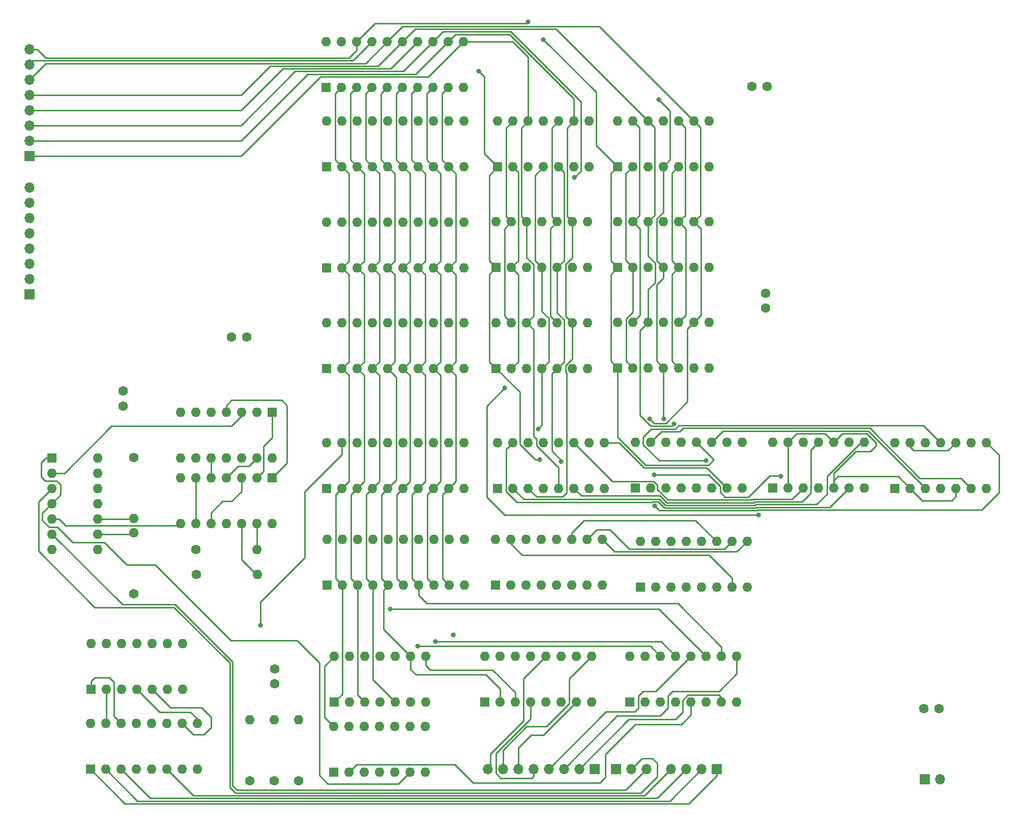
<source format=gbr>
%TF.GenerationSoftware,KiCad,Pcbnew,(5.1.9-0-10_14)*%
%TF.CreationDate,2021-04-21T01:18:25-04:00*%
%TF.ProjectId,ALU,414c552e-6b69-4636-9164-5f7063625858,rev?*%
%TF.SameCoordinates,Original*%
%TF.FileFunction,Copper,L1,Top*%
%TF.FilePolarity,Positive*%
%FSLAX46Y46*%
G04 Gerber Fmt 4.6, Leading zero omitted, Abs format (unit mm)*
G04 Created by KiCad (PCBNEW (5.1.9-0-10_14)) date 2021-04-21 01:18:25*
%MOMM*%
%LPD*%
G01*
G04 APERTURE LIST*
%TA.AperFunction,ComponentPad*%
%ADD10O,1.700000X1.700000*%
%TD*%
%TA.AperFunction,ComponentPad*%
%ADD11R,1.700000X1.700000*%
%TD*%
%TA.AperFunction,ComponentPad*%
%ADD12O,1.600000X1.600000*%
%TD*%
%TA.AperFunction,ComponentPad*%
%ADD13R,1.600000X1.600000*%
%TD*%
%TA.AperFunction,ComponentPad*%
%ADD14C,1.600000*%
%TD*%
%TA.AperFunction,ViaPad*%
%ADD15C,0.800000*%
%TD*%
%TA.AperFunction,Conductor*%
%ADD16C,0.250000*%
%TD*%
G04 APERTURE END LIST*
D10*
%TO.P,J6,4*%
%TO.N,/F3*%
X152336500Y-148971000D03*
%TO.P,J6,3*%
%TO.N,/F2*%
X154876500Y-148971000D03*
%TO.P,J6,2*%
%TO.N,/F1*%
X157416500Y-148971000D03*
D11*
%TO.P,J6,1*%
%TO.N,/F0*%
X159956500Y-148971000D03*
%TD*%
D12*
%TO.P,U19,14*%
%TO.N,VCC*%
X96139000Y-141922500D03*
%TO.P,U19,7*%
%TO.N,GND*%
X111379000Y-149542500D03*
%TO.P,U19,13*%
%TO.N,Net-(R8-Pad2)*%
X98679000Y-141922500D03*
%TO.P,U19,6*%
%TO.N,/SUB*%
X108839000Y-149542500D03*
%TO.P,U19,12*%
%TO.N,Net-(U19-Pad12)*%
X101219000Y-141922500D03*
%TO.P,U19,5*%
%TO.N,Net-(U19-Pad5)*%
X106299000Y-149542500D03*
%TO.P,U19,11*%
%TO.N,Net-(R7-Pad2)*%
X103759000Y-141922500D03*
%TO.P,U19,4*%
%TO.N,Net-(U19-Pad4)*%
X103759000Y-149542500D03*
%TO.P,U19,10*%
%TO.N,Net-(U19-Pad10)*%
X106299000Y-141922500D03*
%TO.P,U19,3*%
%TO.N,/Y1*%
X101219000Y-149542500D03*
%TO.P,U19,9*%
%TO.N,Net-(R6-Pad2)*%
X108839000Y-141922500D03*
%TO.P,U19,2*%
%TO.N,Net-(U19-Pad2)*%
X98679000Y-149542500D03*
%TO.P,U19,8*%
%TO.N,Net-(U19-Pad8)*%
X111379000Y-141922500D03*
D13*
%TO.P,U19,1*%
%TO.N,/Y2*%
X96139000Y-149542500D03*
%TD*%
D12*
%TO.P,U27,14*%
%TO.N,VCC*%
X55816500Y-128079500D03*
%TO.P,U27,7*%
%TO.N,GND*%
X71056500Y-135699500D03*
%TO.P,U27,13*%
%TO.N,N/C*%
X58356500Y-128079500D03*
%TO.P,U27,6*%
%TO.N,/SHIFT_EN*%
X68516500Y-135699500D03*
%TO.P,U27,12*%
%TO.N,N/C*%
X60896500Y-128079500D03*
%TO.P,U27,5*%
%TO.N,Net-(U26-Pad10)*%
X65976500Y-135699500D03*
%TO.P,U27,11*%
%TO.N,N/C*%
X63436500Y-128079500D03*
%TO.P,U27,4*%
%TO.N,Net-(U26-Pad9)*%
X63436500Y-135699500D03*
%TO.P,U27,10*%
%TO.N,N/C*%
X65976500Y-128079500D03*
%TO.P,U27,3*%
%TO.N,/SUM_OUT*%
X60896500Y-135699500D03*
%TO.P,U27,9*%
%TO.N,N/C*%
X68516500Y-128079500D03*
%TO.P,U27,2*%
%TO.N,Net-(U26-Pad15)*%
X58356500Y-135699500D03*
%TO.P,U27,8*%
%TO.N,N/C*%
X71056500Y-128079500D03*
D13*
%TO.P,U27,1*%
%TO.N,Net-(U19-Pad5)*%
X55816500Y-135699500D03*
%TD*%
D12*
%TO.P,U26,16*%
%TO.N,VCC*%
X55689500Y-141414500D03*
%TO.P,U26,8*%
%TO.N,GND*%
X73469500Y-149034500D03*
%TO.P,U26,15*%
%TO.N,Net-(U26-Pad15)*%
X58229500Y-141414500D03*
%TO.P,U26,7*%
%TO.N,Net-(U26-Pad7)*%
X70929500Y-149034500D03*
%TO.P,U26,14*%
%TO.N,Net-(U19-Pad5)*%
X60769500Y-141414500D03*
%TO.P,U26,6*%
%TO.N,/F3*%
X68389500Y-149034500D03*
%TO.P,U26,13*%
%TO.N,Net-(U26-Pad13)*%
X63309500Y-141414500D03*
%TO.P,U26,5*%
%TO.N,GND*%
X65849500Y-149034500D03*
%TO.P,U26,12*%
%TO.N,Net-(U26-Pad12)*%
X65849500Y-141414500D03*
%TO.P,U26,4*%
%TO.N,GND*%
X63309500Y-149034500D03*
%TO.P,U26,11*%
%TO.N,Net-(U26-Pad11)*%
X68389500Y-141414500D03*
%TO.P,U26,3*%
%TO.N,/F2*%
X60769500Y-149034500D03*
%TO.P,U26,10*%
%TO.N,Net-(U26-Pad10)*%
X70929500Y-141414500D03*
%TO.P,U26,2*%
%TO.N,/F1*%
X58229500Y-149034500D03*
%TO.P,U26,9*%
%TO.N,Net-(U26-Pad9)*%
X73469500Y-141414500D03*
D13*
%TO.P,U26,1*%
%TO.N,/F0*%
X55689500Y-149034500D03*
%TD*%
D12*
%TO.P,U4,14*%
%TO.N,VCC*%
X85915500Y-97218500D03*
%TO.P,U4,7*%
%TO.N,GND*%
X70675500Y-89598500D03*
%TO.P,U4,13*%
%TO.N,Net-(U11-Pad4)*%
X83375500Y-97218500D03*
%TO.P,U4,6*%
%TO.N,/SUM6*%
X73215500Y-89598500D03*
%TO.P,U4,12*%
%TO.N,/SUM2*%
X80835500Y-97218500D03*
%TO.P,U4,5*%
%TO.N,/SUM5*%
X75755500Y-89598500D03*
%TO.P,U4,11*%
%TO.N,/SUM1*%
X78295500Y-97218500D03*
%TO.P,U4,4*%
%TO.N,Net-(U11-Pad1)*%
X78295500Y-89598500D03*
%TO.P,U4,10*%
%TO.N,Net-(U11-Pad5)*%
X75755500Y-97218500D03*
%TO.P,U4,3*%
%TO.N,/SUM8*%
X80835500Y-89598500D03*
%TO.P,U4,9*%
%TO.N,/SUM4*%
X73215500Y-97218500D03*
%TO.P,U4,2*%
%TO.N,/SUM7*%
X83375500Y-89598500D03*
%TO.P,U4,8*%
%TO.N,/SUM3*%
X70675500Y-97218500D03*
D13*
%TO.P,U4,1*%
%TO.N,Net-(U11-Pad2)*%
X85915500Y-89598500D03*
%TD*%
D12*
%TO.P,U11,14*%
%TO.N,VCC*%
X85915500Y-108132000D03*
%TO.P,U11,7*%
%TO.N,GND*%
X70675500Y-100512000D03*
%TO.P,U11,13*%
%TO.N,Net-(R9-Pad2)*%
X83375500Y-108132000D03*
%TO.P,U11,6*%
%TO.N,Net-(U11-Pad6)*%
X73215500Y-100512000D03*
%TO.P,U11,12*%
%TO.N,Net-(R10-Pad2)*%
X80835500Y-108132000D03*
%TO.P,U11,5*%
%TO.N,Net-(U11-Pad5)*%
X75755500Y-100512000D03*
%TO.P,U11,11*%
%TO.N,Net-(U11-Pad11)*%
X78295500Y-108132000D03*
%TO.P,U11,4*%
%TO.N,Net-(U11-Pad4)*%
X78295500Y-100512000D03*
%TO.P,U11,10*%
%TO.N,Net-(U11-Pad10)*%
X75755500Y-108132000D03*
%TO.P,U11,3*%
X80835500Y-100512000D03*
%TO.P,U11,9*%
%TO.N,Net-(U11-Pad6)*%
X73215500Y-108132000D03*
%TO.P,U11,2*%
%TO.N,Net-(U11-Pad2)*%
X83375500Y-100512000D03*
%TO.P,U11,8*%
%TO.N,/EQ*%
X70675500Y-108132000D03*
D13*
%TO.P,U11,1*%
%TO.N,Net-(U11-Pad1)*%
X85915500Y-100512000D03*
%TD*%
D12*
%TO.P,U25,14*%
%TO.N,VCC*%
X56891000Y-97141500D03*
%TO.P,U25,7*%
%TO.N,GND*%
X49271000Y-112381500D03*
%TO.P,U25,13*%
%TO.N,Net-(U25-Pad13)*%
X56891000Y-99681500D03*
%TO.P,U25,6*%
%TO.N,/ZE*%
X49271000Y-109841500D03*
%TO.P,U25,12*%
%TO.N,Net-(U25-Pad12)*%
X56891000Y-102221500D03*
%TO.P,U25,5*%
%TO.N,/EQ*%
X49271000Y-107301500D03*
%TO.P,U25,11*%
%TO.N,Net-(U25-Pad11)*%
X56891000Y-104761500D03*
%TO.P,U25,4*%
%TO.N,/SUB*%
X49271000Y-104761500D03*
%TO.P,U25,10*%
%TO.N,Net-(R11-Pad2)*%
X56891000Y-107301500D03*
%TO.P,U25,3*%
%TO.N,/NEG*%
X49271000Y-102221500D03*
%TO.P,U25,9*%
%TO.N,Net-(R12-Pad2)*%
X56891000Y-109841500D03*
%TO.P,U25,2*%
%TO.N,/SUM8*%
X49271000Y-99681500D03*
%TO.P,U25,8*%
%TO.N,Net-(U25-Pad8)*%
X56891000Y-112381500D03*
D13*
%TO.P,U25,1*%
%TO.N,/SUB*%
X49271000Y-97141500D03*
%TD*%
D12*
%TO.P,R12,2*%
%TO.N,Net-(R12-Pad2)*%
X62865000Y-109664500D03*
D14*
%TO.P,R12,1*%
%TO.N,GND*%
X62865000Y-119824500D03*
%TD*%
D12*
%TO.P,R11,2*%
%TO.N,Net-(R11-Pad2)*%
X62865000Y-107251500D03*
D14*
%TO.P,R11,1*%
%TO.N,GND*%
X62865000Y-97091500D03*
%TD*%
D12*
%TO.P,R10,2*%
%TO.N,Net-(R10-Pad2)*%
X83439000Y-116586000D03*
D14*
%TO.P,R10,1*%
%TO.N,GND*%
X73279000Y-116586000D03*
%TD*%
D12*
%TO.P,R9,2*%
%TO.N,Net-(R9-Pad2)*%
X83375500Y-112395000D03*
D14*
%TO.P,R9,1*%
%TO.N,GND*%
X73215500Y-112395000D03*
%TD*%
D10*
%TO.P,J4,3*%
%TO.N,/ZE*%
X148272500Y-148971000D03*
%TO.P,J4,2*%
%TO.N,/NEG*%
X145732500Y-148971000D03*
D11*
%TO.P,J4,1*%
%TO.N,/CARRY_OUT*%
X143192500Y-148971000D03*
%TD*%
D10*
%TO.P,J5,2*%
%TO.N,Net-(J5-Pad2)*%
X197104000Y-150685500D03*
D11*
%TO.P,J5,1*%
%TO.N,GND*%
X194564000Y-150685500D03*
%TD*%
D10*
%TO.P,J3,8*%
%TO.N,/ALU_OUT8*%
X121793000Y-148971000D03*
%TO.P,J3,7*%
%TO.N,/ALU_OUT7*%
X124333000Y-148971000D03*
%TO.P,J3,6*%
%TO.N,/ALU_OUT6*%
X126873000Y-148971000D03*
%TO.P,J3,5*%
%TO.N,/ALU_OUT5*%
X129413000Y-148971000D03*
%TO.P,J3,4*%
%TO.N,/ALU_OUT4*%
X131953000Y-148971000D03*
%TO.P,J3,3*%
%TO.N,/ALU_OUT3*%
X134493000Y-148971000D03*
%TO.P,J3,2*%
%TO.N,/ALU_OUT2*%
X137033000Y-148971000D03*
D11*
%TO.P,J3,1*%
%TO.N,/ALU_OUT1*%
X139573000Y-148971000D03*
%TD*%
D10*
%TO.P,J2,8*%
%TO.N,B8*%
X45529500Y-52133500D03*
%TO.P,J2,7*%
%TO.N,B7*%
X45529500Y-54673500D03*
%TO.P,J2,6*%
%TO.N,B6*%
X45529500Y-57213500D03*
%TO.P,J2,5*%
%TO.N,B5*%
X45529500Y-59753500D03*
%TO.P,J2,4*%
%TO.N,B4*%
X45529500Y-62293500D03*
%TO.P,J2,3*%
%TO.N,B3*%
X45529500Y-64833500D03*
%TO.P,J2,2*%
%TO.N,B2*%
X45529500Y-67373500D03*
D11*
%TO.P,J2,1*%
%TO.N,B1*%
X45529500Y-69913500D03*
%TD*%
D10*
%TO.P,J1,8*%
%TO.N,A8*%
X45529500Y-29083000D03*
%TO.P,J1,7*%
%TO.N,A7*%
X45529500Y-31623000D03*
%TO.P,J1,6*%
%TO.N,A6*%
X45529500Y-34163000D03*
%TO.P,J1,5*%
%TO.N,A5*%
X45529500Y-36703000D03*
%TO.P,J1,4*%
%TO.N,A4*%
X45529500Y-39243000D03*
%TO.P,J1,3*%
%TO.N,A3*%
X45529500Y-41783000D03*
%TO.P,J1,2*%
%TO.N,A2*%
X45529500Y-44323000D03*
D11*
%TO.P,J1,1*%
%TO.N,A1*%
X45529500Y-46863000D03*
%TD*%
D12*
%TO.P,U24,20*%
%TO.N,VCC*%
X95059500Y-110744000D03*
%TO.P,U24,10*%
%TO.N,GND*%
X117919500Y-118364000D03*
%TO.P,U24,19*%
%TO.N,/SHIFT_EN*%
X97599500Y-110744000D03*
%TO.P,U24,9*%
%TO.N,/Y1*%
X115379500Y-118364000D03*
%TO.P,U24,18*%
%TO.N,Net-(U18-Pad15)*%
X100139500Y-110744000D03*
%TO.P,U24,8*%
%TO.N,/Y2*%
X112839500Y-118364000D03*
%TO.P,U24,17*%
%TO.N,Net-(U18-Pad14)*%
X102679500Y-110744000D03*
%TO.P,U24,7*%
%TO.N,/Y3*%
X110299500Y-118364000D03*
%TO.P,U24,16*%
%TO.N,Net-(U18-Pad13)*%
X105219500Y-110744000D03*
%TO.P,U24,6*%
%TO.N,/Y4*%
X107759500Y-118364000D03*
%TO.P,U24,15*%
%TO.N,Net-(U18-Pad12)*%
X107759500Y-110744000D03*
%TO.P,U24,5*%
%TO.N,/Y5*%
X105219500Y-118364000D03*
%TO.P,U24,14*%
%TO.N,Net-(U18-Pad7)*%
X110299500Y-110744000D03*
%TO.P,U24,4*%
%TO.N,/Y6*%
X102679500Y-118364000D03*
%TO.P,U24,13*%
%TO.N,Net-(U22-Pad14)*%
X112839500Y-110744000D03*
%TO.P,U24,3*%
%TO.N,/Y7*%
X100139500Y-118364000D03*
%TO.P,U24,12*%
%TO.N,Net-(U22-Pad13)*%
X115379500Y-110744000D03*
%TO.P,U24,2*%
%TO.N,/Y8*%
X97599500Y-118364000D03*
%TO.P,U24,11*%
%TO.N,Net-(U22-Pad12)*%
X117919500Y-110744000D03*
D13*
%TO.P,U24,1*%
%TO.N,GND*%
X95059500Y-118364000D03*
%TD*%
D12*
%TO.P,U23,14*%
%TO.N,VCC*%
X169227500Y-94551500D03*
%TO.P,U23,7*%
%TO.N,GND*%
X184467500Y-102171500D03*
%TO.P,U23,13*%
%TO.N,/SUB*%
X171767500Y-94551500D03*
%TO.P,U23,6*%
%TO.N,Net-(U17-Pad15)*%
X181927500Y-102171500D03*
%TO.P,U23,12*%
%TO.N,B1*%
X174307500Y-94551500D03*
%TO.P,U23,5*%
%TO.N,/SUB*%
X179387500Y-102171500D03*
%TO.P,U23,11*%
%TO.N,Net-(U17-Pad6)*%
X176847500Y-94551500D03*
%TO.P,U23,4*%
%TO.N,B3*%
X176847500Y-102171500D03*
%TO.P,U23,10*%
%TO.N,/SUB*%
X179387500Y-94551500D03*
%TO.P,U23,3*%
%TO.N,Net-(U17-Pad11)*%
X174307500Y-102171500D03*
%TO.P,U23,9*%
%TO.N,B2*%
X181927500Y-94551500D03*
%TO.P,U23,2*%
%TO.N,/SUB*%
X171767500Y-102171500D03*
%TO.P,U23,8*%
%TO.N,Net-(U17-Pad2)*%
X184467500Y-94551500D03*
D13*
%TO.P,U23,1*%
%TO.N,B4*%
X169227500Y-102171500D03*
%TD*%
D12*
%TO.P,U22,16*%
%TO.N,VCC*%
X123063000Y-110744000D03*
%TO.P,U22,8*%
%TO.N,GND*%
X140843000Y-118364000D03*
%TO.P,U22,15*%
%TO.N,Net-(U18-Pad7)*%
X125603000Y-110744000D03*
%TO.P,U22,7*%
%TO.N,GND*%
X138303000Y-118364000D03*
%TO.P,U22,14*%
%TO.N,Net-(U22-Pad14)*%
X128143000Y-110744000D03*
%TO.P,U22,6*%
%TO.N,A1*%
X135763000Y-118364000D03*
%TO.P,U22,13*%
%TO.N,Net-(U22-Pad13)*%
X130683000Y-110744000D03*
%TO.P,U22,5*%
%TO.N,A2*%
X133223000Y-118364000D03*
%TO.P,U22,12*%
%TO.N,Net-(U22-Pad12)*%
X133223000Y-110744000D03*
%TO.P,U22,4*%
%TO.N,A3*%
X130683000Y-118364000D03*
%TO.P,U22,11*%
%TO.N,/CLOCK*%
X135763000Y-110744000D03*
%TO.P,U22,3*%
%TO.N,A4*%
X128143000Y-118364000D03*
%TO.P,U22,10*%
%TO.N,/SHL*%
X138303000Y-110744000D03*
%TO.P,U22,2*%
%TO.N,Net-(U18-Pad12)*%
X125603000Y-118364000D03*
%TO.P,U22,9*%
%TO.N,/SHR*%
X140843000Y-110744000D03*
D13*
%TO.P,U22,1*%
%TO.N,VCC*%
X123063000Y-118364000D03*
%TD*%
D12*
%TO.P,U21,14*%
%TO.N,VCC*%
X189547500Y-94615000D03*
%TO.P,U21,7*%
%TO.N,GND*%
X204787500Y-102235000D03*
%TO.P,U21,13*%
%TO.N,/SUB*%
X192087500Y-94615000D03*
%TO.P,U21,6*%
%TO.N,Net-(U15-Pad15)*%
X202247500Y-102235000D03*
%TO.P,U21,12*%
%TO.N,B5*%
X194627500Y-94615000D03*
%TO.P,U21,5*%
%TO.N,/SUB*%
X199707500Y-102235000D03*
%TO.P,U21,11*%
%TO.N,Net-(U15-Pad6)*%
X197167500Y-94615000D03*
%TO.P,U21,4*%
%TO.N,B7*%
X197167500Y-102235000D03*
%TO.P,U21,10*%
%TO.N,/SUB*%
X199707500Y-94615000D03*
%TO.P,U21,3*%
%TO.N,Net-(U15-Pad11)*%
X194627500Y-102235000D03*
%TO.P,U21,9*%
%TO.N,B6*%
X202247500Y-94615000D03*
%TO.P,U21,2*%
%TO.N,/SUB*%
X192087500Y-102235000D03*
%TO.P,U21,8*%
%TO.N,Net-(U15-Pad2)*%
X204787500Y-94615000D03*
D13*
%TO.P,U21,1*%
%TO.N,B8*%
X189547500Y-102235000D03*
%TD*%
D12*
%TO.P,U20,16*%
%TO.N,VCC*%
X145478500Y-130175000D03*
%TO.P,U20,8*%
%TO.N,GND*%
X163258500Y-137795000D03*
%TO.P,U20,15*%
X148018500Y-130175000D03*
%TO.P,U20,7*%
%TO.N,/ALU_OUT2*%
X160718500Y-137795000D03*
%TO.P,U20,14*%
%TO.N,Net-(U12-Pad10)*%
X150558500Y-130175000D03*
%TO.P,U20,6*%
%TO.N,/Y2*%
X158178500Y-137795000D03*
%TO.P,U20,13*%
%TO.N,/Y4*%
X153098500Y-130175000D03*
%TO.P,U20,5*%
%TO.N,Net-(U19-Pad2)*%
X155638500Y-137795000D03*
%TO.P,U20,12*%
%TO.N,/ALU_OUT4*%
X155638500Y-130175000D03*
%TO.P,U20,4*%
%TO.N,/ALU_OUT1*%
X153098500Y-137795000D03*
%TO.P,U20,11*%
%TO.N,Net-(U12-Pad12)*%
X158178500Y-130175000D03*
%TO.P,U20,3*%
%TO.N,/Y1*%
X150558500Y-137795000D03*
%TO.P,U20,10*%
%TO.N,/Y3*%
X160718500Y-130175000D03*
%TO.P,U20,2*%
%TO.N,Net-(U19-Pad4)*%
X148018500Y-137795000D03*
%TO.P,U20,9*%
%TO.N,/ALU_OUT3*%
X163258500Y-130175000D03*
D13*
%TO.P,U20,1*%
%TO.N,/NOT_OUT*%
X145478500Y-137795000D03*
%TD*%
D12*
%TO.P,U18,16*%
%TO.N,VCC*%
X147193000Y-111061500D03*
%TO.P,U18,8*%
%TO.N,GND*%
X164973000Y-118681500D03*
%TO.P,U18,15*%
%TO.N,Net-(U18-Pad15)*%
X149733000Y-111061500D03*
%TO.P,U18,7*%
%TO.N,Net-(U18-Pad7)*%
X162433000Y-118681500D03*
%TO.P,U18,14*%
%TO.N,Net-(U18-Pad14)*%
X152273000Y-111061500D03*
%TO.P,U18,6*%
%TO.N,A5*%
X159893000Y-118681500D03*
%TO.P,U18,13*%
%TO.N,Net-(U18-Pad13)*%
X154813000Y-111061500D03*
%TO.P,U18,5*%
%TO.N,A6*%
X157353000Y-118681500D03*
%TO.P,U18,12*%
%TO.N,Net-(U18-Pad12)*%
X157353000Y-111061500D03*
%TO.P,U18,4*%
%TO.N,A7*%
X154813000Y-118681500D03*
%TO.P,U18,11*%
%TO.N,/CLOCK*%
X159893000Y-111061500D03*
%TO.P,U18,3*%
%TO.N,A8*%
X152273000Y-118681500D03*
%TO.P,U18,10*%
%TO.N,/SHL*%
X162433000Y-111061500D03*
%TO.P,U18,2*%
%TO.N,GND*%
X149733000Y-118681500D03*
%TO.P,U18,9*%
%TO.N,/SHR*%
X164973000Y-111061500D03*
D13*
%TO.P,U18,1*%
%TO.N,VCC*%
X147193000Y-118681500D03*
%TD*%
D12*
%TO.P,U17,16*%
%TO.N,VCC*%
X123444000Y-94615000D03*
%TO.P,U17,8*%
%TO.N,GND*%
X141224000Y-102235000D03*
%TO.P,U17,15*%
%TO.N,Net-(U17-Pad15)*%
X125984000Y-94615000D03*
%TO.P,U17,7*%
%TO.N,/SUB*%
X138684000Y-102235000D03*
%TO.P,U17,14*%
%TO.N,A3*%
X128524000Y-94615000D03*
%TO.P,U17,6*%
%TO.N,Net-(U17-Pad6)*%
X136144000Y-102235000D03*
%TO.P,U17,13*%
%TO.N,/SUM3*%
X131064000Y-94615000D03*
%TO.P,U17,5*%
%TO.N,A1*%
X133604000Y-102235000D03*
%TO.P,U17,12*%
%TO.N,A4*%
X133604000Y-94615000D03*
%TO.P,U17,4*%
%TO.N,/SUM1*%
X131064000Y-102235000D03*
%TO.P,U17,11*%
%TO.N,Net-(U17-Pad11)*%
X136144000Y-94615000D03*
%TO.P,U17,3*%
%TO.N,A2*%
X128524000Y-102235000D03*
%TO.P,U17,10*%
%TO.N,/SUM4*%
X138684000Y-94615000D03*
%TO.P,U17,2*%
%TO.N,Net-(U17-Pad2)*%
X125984000Y-102235000D03*
%TO.P,U17,9*%
%TO.N,Net-(U15-Pad7)*%
X141224000Y-94615000D03*
D13*
%TO.P,U17,1*%
%TO.N,/SUM2*%
X123444000Y-102235000D03*
%TD*%
D12*
%TO.P,U16,16*%
%TO.N,VCC*%
X121285000Y-130238500D03*
%TO.P,U16,8*%
%TO.N,GND*%
X139065000Y-137858500D03*
%TO.P,U16,15*%
X123825000Y-130238500D03*
%TO.P,U16,7*%
%TO.N,/ALU_OUT6*%
X136525000Y-137858500D03*
%TO.P,U16,14*%
%TO.N,/Y8*%
X126365000Y-130238500D03*
%TO.P,U16,6*%
%TO.N,Net-(U12-Pad6)*%
X133985000Y-137858500D03*
%TO.P,U16,13*%
%TO.N,Net-(U12-Pad2)*%
X128905000Y-130238500D03*
%TO.P,U16,5*%
%TO.N,/Y6*%
X131445000Y-137858500D03*
%TO.P,U16,12*%
%TO.N,/ALU_OUT8*%
X131445000Y-130238500D03*
%TO.P,U16,4*%
%TO.N,/ALU_OUT5*%
X128905000Y-137858500D03*
%TO.P,U16,11*%
%TO.N,/Y7*%
X133985000Y-130238500D03*
%TO.P,U16,3*%
%TO.N,Net-(U12-Pad8)*%
X126365000Y-137858500D03*
%TO.P,U16,10*%
%TO.N,Net-(U12-Pad4)*%
X136525000Y-130238500D03*
%TO.P,U16,2*%
%TO.N,/Y5*%
X123825000Y-137858500D03*
%TO.P,U16,9*%
%TO.N,/ALU_OUT7*%
X139065000Y-130238500D03*
D13*
%TO.P,U16,1*%
%TO.N,/NOT_OUT*%
X121285000Y-137858500D03*
%TD*%
D12*
%TO.P,U15,16*%
%TO.N,VCC*%
X146367500Y-94551500D03*
%TO.P,U15,8*%
%TO.N,GND*%
X164147500Y-102171500D03*
%TO.P,U15,15*%
%TO.N,Net-(U15-Pad15)*%
X148907500Y-94551500D03*
%TO.P,U15,7*%
%TO.N,Net-(U15-Pad7)*%
X161607500Y-102171500D03*
%TO.P,U15,14*%
%TO.N,A7*%
X151447500Y-94551500D03*
%TO.P,U15,6*%
%TO.N,Net-(U15-Pad6)*%
X159067500Y-102171500D03*
%TO.P,U15,13*%
%TO.N,/SUM7*%
X153987500Y-94551500D03*
%TO.P,U15,5*%
%TO.N,A5*%
X156527500Y-102171500D03*
%TO.P,U15,12*%
%TO.N,A8*%
X156527500Y-94551500D03*
%TO.P,U15,4*%
%TO.N,/SUM5*%
X153987500Y-102171500D03*
%TO.P,U15,11*%
%TO.N,Net-(U15-Pad11)*%
X159067500Y-94551500D03*
%TO.P,U15,3*%
%TO.N,A6*%
X151447500Y-102171500D03*
%TO.P,U15,10*%
%TO.N,/SUM8*%
X161607500Y-94551500D03*
%TO.P,U15,2*%
%TO.N,Net-(U15-Pad2)*%
X148907500Y-102171500D03*
%TO.P,U15,9*%
%TO.N,/CARRY_OUT*%
X164147500Y-94551500D03*
D13*
%TO.P,U15,1*%
%TO.N,/SUM6*%
X146367500Y-102171500D03*
%TD*%
D12*
%TO.P,U14,20*%
%TO.N,VCC*%
X94996000Y-94615000D03*
%TO.P,U14,10*%
%TO.N,GND*%
X117856000Y-102235000D03*
%TO.P,U14,19*%
%TO.N,/SUM_OUT*%
X97536000Y-94615000D03*
%TO.P,U14,9*%
%TO.N,/Y1*%
X115316000Y-102235000D03*
%TO.P,U14,18*%
%TO.N,/SUM8*%
X100076000Y-94615000D03*
%TO.P,U14,8*%
%TO.N,/Y2*%
X112776000Y-102235000D03*
%TO.P,U14,17*%
%TO.N,/SUM7*%
X102616000Y-94615000D03*
%TO.P,U14,7*%
%TO.N,/Y3*%
X110236000Y-102235000D03*
%TO.P,U14,16*%
%TO.N,/SUM6*%
X105156000Y-94615000D03*
%TO.P,U14,6*%
%TO.N,/Y4*%
X107696000Y-102235000D03*
%TO.P,U14,15*%
%TO.N,/SUM5*%
X107696000Y-94615000D03*
%TO.P,U14,5*%
%TO.N,/Y5*%
X105156000Y-102235000D03*
%TO.P,U14,14*%
%TO.N,/SUM4*%
X110236000Y-94615000D03*
%TO.P,U14,4*%
%TO.N,/Y6*%
X102616000Y-102235000D03*
%TO.P,U14,13*%
%TO.N,/SUM3*%
X112776000Y-94615000D03*
%TO.P,U14,3*%
%TO.N,/Y7*%
X100076000Y-102235000D03*
%TO.P,U14,12*%
%TO.N,/SUM2*%
X115316000Y-94615000D03*
%TO.P,U14,2*%
%TO.N,/Y8*%
X97536000Y-102235000D03*
%TO.P,U14,11*%
%TO.N,/SUM1*%
X117856000Y-94615000D03*
D13*
%TO.P,U14,1*%
%TO.N,GND*%
X94996000Y-102235000D03*
%TD*%
D12*
%TO.P,U13,20*%
%TO.N,VCC*%
X94932500Y-27813000D03*
%TO.P,U13,10*%
%TO.N,GND*%
X117792500Y-35433000D03*
%TO.P,U13,19*%
%TO.N,/PASS*%
X97472500Y-27813000D03*
%TO.P,U13,9*%
%TO.N,/Y1*%
X115252500Y-35433000D03*
%TO.P,U13,18*%
%TO.N,A8*%
X100012500Y-27813000D03*
%TO.P,U13,8*%
%TO.N,/Y2*%
X112712500Y-35433000D03*
%TO.P,U13,17*%
%TO.N,A7*%
X102552500Y-27813000D03*
%TO.P,U13,7*%
%TO.N,/Y3*%
X110172500Y-35433000D03*
%TO.P,U13,16*%
%TO.N,A6*%
X105092500Y-27813000D03*
%TO.P,U13,6*%
%TO.N,/Y4*%
X107632500Y-35433000D03*
%TO.P,U13,15*%
%TO.N,A5*%
X107632500Y-27813000D03*
%TO.P,U13,5*%
%TO.N,/Y5*%
X105092500Y-35433000D03*
%TO.P,U13,14*%
%TO.N,A4*%
X110172500Y-27813000D03*
%TO.P,U13,4*%
%TO.N,/Y6*%
X102552500Y-35433000D03*
%TO.P,U13,13*%
%TO.N,A3*%
X112712500Y-27813000D03*
%TO.P,U13,3*%
%TO.N,/Y7*%
X100012500Y-35433000D03*
%TO.P,U13,12*%
%TO.N,A2*%
X115252500Y-27813000D03*
%TO.P,U13,2*%
%TO.N,/Y8*%
X97472500Y-35433000D03*
%TO.P,U13,11*%
%TO.N,A1*%
X117792500Y-27813000D03*
D13*
%TO.P,U13,1*%
%TO.N,GND*%
X94932500Y-35433000D03*
%TD*%
D12*
%TO.P,U12,14*%
%TO.N,VCC*%
X96266000Y-130238500D03*
%TO.P,U12,7*%
%TO.N,GND*%
X111506000Y-137858500D03*
%TO.P,U12,13*%
%TO.N,/Y3*%
X98806000Y-130238500D03*
%TO.P,U12,6*%
%TO.N,Net-(U12-Pad6)*%
X108966000Y-137858500D03*
%TO.P,U12,12*%
%TO.N,Net-(U12-Pad12)*%
X101346000Y-130238500D03*
%TO.P,U12,5*%
%TO.N,/Y6*%
X106426000Y-137858500D03*
%TO.P,U12,11*%
%TO.N,/Y4*%
X103886000Y-130238500D03*
%TO.P,U12,4*%
%TO.N,Net-(U12-Pad4)*%
X103886000Y-137858500D03*
%TO.P,U12,10*%
%TO.N,Net-(U12-Pad10)*%
X106426000Y-130238500D03*
%TO.P,U12,3*%
%TO.N,/Y7*%
X101346000Y-137858500D03*
%TO.P,U12,9*%
%TO.N,/Y5*%
X108966000Y-130238500D03*
%TO.P,U12,2*%
%TO.N,Net-(U12-Pad2)*%
X98806000Y-137858500D03*
%TO.P,U12,8*%
%TO.N,Net-(U12-Pad8)*%
X111506000Y-130238500D03*
D13*
%TO.P,U12,1*%
%TO.N,/Y8*%
X96266000Y-137858500D03*
%TD*%
D12*
%TO.P,U10,14*%
%TO.N,VCC*%
X123190000Y-57848500D03*
%TO.P,U10,7*%
%TO.N,GND*%
X138430000Y-65468500D03*
%TO.P,U10,13*%
%TO.N,B1*%
X125730000Y-57848500D03*
%TO.P,U10,6*%
%TO.N,Net-(U10-Pad6)*%
X135890000Y-65468500D03*
%TO.P,U10,12*%
%TO.N,A1*%
X128270000Y-57848500D03*
%TO.P,U10,5*%
%TO.N,B3*%
X133350000Y-65468500D03*
%TO.P,U10,11*%
%TO.N,Net-(U10-Pad11)*%
X130810000Y-57848500D03*
%TO.P,U10,4*%
%TO.N,A3*%
X130810000Y-65468500D03*
%TO.P,U10,10*%
%TO.N,B2*%
X133350000Y-57848500D03*
%TO.P,U10,3*%
%TO.N,Net-(U10-Pad3)*%
X128270000Y-65468500D03*
%TO.P,U10,9*%
%TO.N,A2*%
X135890000Y-57848500D03*
%TO.P,U10,2*%
%TO.N,B4*%
X125730000Y-65468500D03*
%TO.P,U10,8*%
%TO.N,Net-(U10-Pad8)*%
X138430000Y-57848500D03*
D13*
%TO.P,U10,1*%
%TO.N,A4*%
X123190000Y-65468500D03*
%TD*%
D12*
%TO.P,U9,14*%
%TO.N,VCC*%
X123190000Y-74676000D03*
%TO.P,U9,7*%
%TO.N,GND*%
X138430000Y-82296000D03*
%TO.P,U9,13*%
%TO.N,B1*%
X125730000Y-74676000D03*
%TO.P,U9,6*%
%TO.N,Net-(U6-Pad13)*%
X135890000Y-82296000D03*
%TO.P,U9,12*%
%TO.N,A1*%
X128270000Y-74676000D03*
%TO.P,U9,5*%
%TO.N,B3*%
X133350000Y-82296000D03*
%TO.P,U9,11*%
%TO.N,Net-(U6-Pad11)*%
X130810000Y-74676000D03*
%TO.P,U9,4*%
%TO.N,A3*%
X130810000Y-82296000D03*
%TO.P,U9,10*%
%TO.N,B2*%
X133350000Y-74676000D03*
%TO.P,U9,3*%
%TO.N,Net-(U6-Pad14)*%
X128270000Y-82296000D03*
%TO.P,U9,9*%
%TO.N,A2*%
X135890000Y-74676000D03*
%TO.P,U9,2*%
%TO.N,B4*%
X125730000Y-82296000D03*
%TO.P,U9,8*%
%TO.N,Net-(U6-Pad12)*%
X138430000Y-74676000D03*
D13*
%TO.P,U9,1*%
%TO.N,A4*%
X123190000Y-82296000D03*
%TD*%
D12*
%TO.P,U8,20*%
%TO.N,VCC*%
X94996000Y-57912000D03*
%TO.P,U8,10*%
%TO.N,GND*%
X117856000Y-65532000D03*
%TO.P,U8,19*%
%TO.N,/XOR_OUT*%
X97536000Y-57912000D03*
%TO.P,U8,9*%
%TO.N,/Y1*%
X115316000Y-65532000D03*
%TO.P,U8,18*%
%TO.N,Net-(U2-Pad3)*%
X100076000Y-57912000D03*
%TO.P,U8,8*%
%TO.N,/Y2*%
X112776000Y-65532000D03*
%TO.P,U8,17*%
%TO.N,Net-(U2-Pad6)*%
X102616000Y-57912000D03*
%TO.P,U8,7*%
%TO.N,/Y3*%
X110236000Y-65532000D03*
%TO.P,U8,16*%
%TO.N,Net-(U2-Pad8)*%
X105156000Y-57912000D03*
%TO.P,U8,6*%
%TO.N,/Y4*%
X107696000Y-65532000D03*
%TO.P,U8,15*%
%TO.N,Net-(U2-Pad11)*%
X107696000Y-57912000D03*
%TO.P,U8,5*%
%TO.N,/Y5*%
X105156000Y-65532000D03*
%TO.P,U8,14*%
%TO.N,Net-(U10-Pad3)*%
X110236000Y-57912000D03*
%TO.P,U8,4*%
%TO.N,/Y6*%
X102616000Y-65532000D03*
%TO.P,U8,13*%
%TO.N,Net-(U10-Pad6)*%
X112776000Y-57912000D03*
%TO.P,U8,3*%
%TO.N,/Y7*%
X100076000Y-65532000D03*
%TO.P,U8,12*%
%TO.N,Net-(U10-Pad8)*%
X115316000Y-57912000D03*
%TO.P,U8,2*%
%TO.N,/Y8*%
X97536000Y-65532000D03*
%TO.P,U8,11*%
%TO.N,Net-(U10-Pad11)*%
X117856000Y-57912000D03*
D13*
%TO.P,U8,1*%
%TO.N,GND*%
X94996000Y-65532000D03*
%TD*%
D12*
%TO.P,U7,14*%
%TO.N,VCC*%
X123444000Y-41084500D03*
%TO.P,U7,7*%
%TO.N,GND*%
X138684000Y-48704500D03*
%TO.P,U7,13*%
%TO.N,B1*%
X125984000Y-41084500D03*
%TO.P,U7,6*%
%TO.N,Net-(U5-Pad13)*%
X136144000Y-48704500D03*
%TO.P,U7,12*%
%TO.N,A1*%
X128524000Y-41084500D03*
%TO.P,U7,5*%
%TO.N,B3*%
X133604000Y-48704500D03*
%TO.P,U7,11*%
%TO.N,Net-(U5-Pad11)*%
X131064000Y-41084500D03*
%TO.P,U7,4*%
%TO.N,A3*%
X131064000Y-48704500D03*
%TO.P,U7,10*%
%TO.N,B2*%
X133604000Y-41084500D03*
%TO.P,U7,3*%
%TO.N,Net-(U5-Pad14)*%
X128524000Y-48704500D03*
%TO.P,U7,9*%
%TO.N,A2*%
X136144000Y-41084500D03*
%TO.P,U7,2*%
%TO.N,B4*%
X125984000Y-48704500D03*
%TO.P,U7,8*%
%TO.N,Net-(U5-Pad12)*%
X138684000Y-41084500D03*
D13*
%TO.P,U7,1*%
%TO.N,A4*%
X123444000Y-48704500D03*
%TD*%
D12*
%TO.P,U6,20*%
%TO.N,VCC*%
X94996000Y-74676000D03*
%TO.P,U6,10*%
%TO.N,GND*%
X117856000Y-82296000D03*
%TO.P,U6,19*%
%TO.N,/OR_OUT*%
X97536000Y-74676000D03*
%TO.P,U6,9*%
%TO.N,/Y1*%
X115316000Y-82296000D03*
%TO.P,U6,18*%
%TO.N,Net-(U3-Pad3)*%
X100076000Y-74676000D03*
%TO.P,U6,8*%
%TO.N,/Y2*%
X112776000Y-82296000D03*
%TO.P,U6,17*%
%TO.N,Net-(U3-Pad6)*%
X102616000Y-74676000D03*
%TO.P,U6,7*%
%TO.N,/Y3*%
X110236000Y-82296000D03*
%TO.P,U6,16*%
%TO.N,Net-(U3-Pad8)*%
X105156000Y-74676000D03*
%TO.P,U6,6*%
%TO.N,/Y4*%
X107696000Y-82296000D03*
%TO.P,U6,15*%
%TO.N,Net-(U3-Pad11)*%
X107696000Y-74676000D03*
%TO.P,U6,5*%
%TO.N,/Y5*%
X105156000Y-82296000D03*
%TO.P,U6,14*%
%TO.N,Net-(U6-Pad14)*%
X110236000Y-74676000D03*
%TO.P,U6,4*%
%TO.N,/Y6*%
X102616000Y-82296000D03*
%TO.P,U6,13*%
%TO.N,Net-(U6-Pad13)*%
X112776000Y-74676000D03*
%TO.P,U6,3*%
%TO.N,/Y7*%
X100076000Y-82296000D03*
%TO.P,U6,12*%
%TO.N,Net-(U6-Pad12)*%
X115316000Y-74676000D03*
%TO.P,U6,2*%
%TO.N,/Y8*%
X97536000Y-82296000D03*
%TO.P,U6,11*%
%TO.N,Net-(U6-Pad11)*%
X117856000Y-74676000D03*
D13*
%TO.P,U6,1*%
%TO.N,GND*%
X94996000Y-82296000D03*
%TD*%
D12*
%TO.P,U5,20*%
%TO.N,VCC*%
X94996000Y-41021000D03*
%TO.P,U5,10*%
%TO.N,GND*%
X117856000Y-48641000D03*
%TO.P,U5,19*%
%TO.N,/AND_OUT*%
X97536000Y-41021000D03*
%TO.P,U5,9*%
%TO.N,/Y1*%
X115316000Y-48641000D03*
%TO.P,U5,18*%
%TO.N,Net-(U1-Pad3)*%
X100076000Y-41021000D03*
%TO.P,U5,8*%
%TO.N,/Y2*%
X112776000Y-48641000D03*
%TO.P,U5,17*%
%TO.N,Net-(U1-Pad6)*%
X102616000Y-41021000D03*
%TO.P,U5,7*%
%TO.N,/Y3*%
X110236000Y-48641000D03*
%TO.P,U5,16*%
%TO.N,Net-(U1-Pad8)*%
X105156000Y-41021000D03*
%TO.P,U5,6*%
%TO.N,/Y4*%
X107696000Y-48641000D03*
%TO.P,U5,15*%
%TO.N,Net-(U1-Pad11)*%
X107696000Y-41021000D03*
%TO.P,U5,5*%
%TO.N,/Y5*%
X105156000Y-48641000D03*
%TO.P,U5,14*%
%TO.N,Net-(U5-Pad14)*%
X110236000Y-41021000D03*
%TO.P,U5,4*%
%TO.N,/Y6*%
X102616000Y-48641000D03*
%TO.P,U5,13*%
%TO.N,Net-(U5-Pad13)*%
X112776000Y-41021000D03*
%TO.P,U5,3*%
%TO.N,/Y7*%
X100076000Y-48641000D03*
%TO.P,U5,12*%
%TO.N,Net-(U5-Pad12)*%
X115316000Y-41021000D03*
%TO.P,U5,2*%
%TO.N,/Y8*%
X97536000Y-48641000D03*
%TO.P,U5,11*%
%TO.N,Net-(U5-Pad11)*%
X117856000Y-41021000D03*
D13*
%TO.P,U5,1*%
%TO.N,GND*%
X94996000Y-48641000D03*
%TD*%
D12*
%TO.P,U3,14*%
%TO.N,VCC*%
X143446500Y-74549000D03*
%TO.P,U3,7*%
%TO.N,GND*%
X158686500Y-82169000D03*
%TO.P,U3,13*%
%TO.N,B5*%
X145986500Y-74549000D03*
%TO.P,U3,6*%
%TO.N,Net-(U3-Pad6)*%
X156146500Y-82169000D03*
%TO.P,U3,12*%
%TO.N,A5*%
X148526500Y-74549000D03*
%TO.P,U3,5*%
%TO.N,B7*%
X153606500Y-82169000D03*
%TO.P,U3,11*%
%TO.N,Net-(U3-Pad11)*%
X151066500Y-74549000D03*
%TO.P,U3,4*%
%TO.N,A7*%
X151066500Y-82169000D03*
%TO.P,U3,10*%
%TO.N,B6*%
X153606500Y-74549000D03*
%TO.P,U3,3*%
%TO.N,Net-(U3-Pad3)*%
X148526500Y-82169000D03*
%TO.P,U3,9*%
%TO.N,A6*%
X156146500Y-74549000D03*
%TO.P,U3,2*%
%TO.N,B8*%
X145986500Y-82169000D03*
%TO.P,U3,8*%
%TO.N,Net-(U3-Pad8)*%
X158686500Y-74549000D03*
D13*
%TO.P,U3,1*%
%TO.N,A8*%
X143446500Y-82169000D03*
%TD*%
D12*
%TO.P,U2,14*%
%TO.N,VCC*%
X143446500Y-57848500D03*
%TO.P,U2,7*%
%TO.N,GND*%
X158686500Y-65468500D03*
%TO.P,U2,13*%
%TO.N,B5*%
X145986500Y-57848500D03*
%TO.P,U2,6*%
%TO.N,Net-(U2-Pad6)*%
X156146500Y-65468500D03*
%TO.P,U2,12*%
%TO.N,A5*%
X148526500Y-57848500D03*
%TO.P,U2,5*%
%TO.N,B7*%
X153606500Y-65468500D03*
%TO.P,U2,11*%
%TO.N,Net-(U2-Pad11)*%
X151066500Y-57848500D03*
%TO.P,U2,4*%
%TO.N,A7*%
X151066500Y-65468500D03*
%TO.P,U2,10*%
%TO.N,B6*%
X153606500Y-57848500D03*
%TO.P,U2,3*%
%TO.N,Net-(U2-Pad3)*%
X148526500Y-65468500D03*
%TO.P,U2,9*%
%TO.N,A6*%
X156146500Y-57848500D03*
%TO.P,U2,2*%
%TO.N,B8*%
X145986500Y-65468500D03*
%TO.P,U2,8*%
%TO.N,Net-(U2-Pad8)*%
X158686500Y-57848500D03*
D13*
%TO.P,U2,1*%
%TO.N,A8*%
X143446500Y-65468500D03*
%TD*%
D12*
%TO.P,U1,14*%
%TO.N,VCC*%
X143383000Y-41021000D03*
%TO.P,U1,7*%
%TO.N,GND*%
X158623000Y-48641000D03*
%TO.P,U1,13*%
%TO.N,B5*%
X145923000Y-41021000D03*
%TO.P,U1,6*%
%TO.N,Net-(U1-Pad6)*%
X156083000Y-48641000D03*
%TO.P,U1,12*%
%TO.N,A5*%
X148463000Y-41021000D03*
%TO.P,U1,5*%
%TO.N,B7*%
X153543000Y-48641000D03*
%TO.P,U1,11*%
%TO.N,Net-(U1-Pad11)*%
X151003000Y-41021000D03*
%TO.P,U1,4*%
%TO.N,A7*%
X151003000Y-48641000D03*
%TO.P,U1,10*%
%TO.N,B6*%
X153543000Y-41021000D03*
%TO.P,U1,3*%
%TO.N,Net-(U1-Pad3)*%
X148463000Y-48641000D03*
%TO.P,U1,9*%
%TO.N,A6*%
X156083000Y-41021000D03*
%TO.P,U1,2*%
%TO.N,B8*%
X145923000Y-48641000D03*
%TO.P,U1,8*%
%TO.N,Net-(U1-Pad8)*%
X158623000Y-41021000D03*
D13*
%TO.P,U1,1*%
%TO.N,A8*%
X143383000Y-48641000D03*
%TD*%
D12*
%TO.P,R8,2*%
%TO.N,Net-(R8-Pad2)*%
X86296500Y-140779500D03*
D14*
%TO.P,R8,1*%
%TO.N,GND*%
X86296500Y-150939500D03*
%TD*%
D12*
%TO.P,R7,2*%
%TO.N,Net-(R7-Pad2)*%
X90360500Y-140779500D03*
D14*
%TO.P,R7,1*%
%TO.N,GND*%
X90360500Y-150939500D03*
%TD*%
D12*
%TO.P,R6,2*%
%TO.N,Net-(R6-Pad2)*%
X82232500Y-140779500D03*
D14*
%TO.P,R6,1*%
%TO.N,GND*%
X82232500Y-150939500D03*
%TD*%
%TO.P,C7,2*%
%TO.N,GND*%
X81666500Y-77046000D03*
%TO.P,C7,1*%
%TO.N,VCC*%
X79166500Y-77046000D03*
%TD*%
%TO.P,C6,2*%
%TO.N,GND*%
X168298500Y-35306000D03*
%TO.P,C6,1*%
%TO.N,VCC*%
X165798500Y-35306000D03*
%TD*%
%TO.P,C5,2*%
%TO.N,GND*%
X86360000Y-132310500D03*
%TO.P,C5,1*%
%TO.N,VCC*%
X86360000Y-134810500D03*
%TD*%
%TO.P,C4,2*%
%TO.N,GND*%
X168084500Y-72223000D03*
%TO.P,C4,1*%
%TO.N,VCC*%
X168084500Y-69723000D03*
%TD*%
%TO.P,C2,2*%
%TO.N,GND*%
X61087000Y-86019000D03*
%TO.P,C2,1*%
%TO.N,VCC*%
X61087000Y-88519000D03*
%TD*%
%TO.P,C1,2*%
%TO.N,GND*%
X194413500Y-138938000D03*
%TO.P,C1,1*%
%TO.N,VCC*%
X196913500Y-138938000D03*
%TD*%
D15*
%TO.N,A8*%
X128524000Y-24574500D03*
X131064000Y-27495500D03*
%TO.N,A6*%
X148780500Y-90704510D03*
%TO.N,A7*%
X151070079Y-90704510D03*
X150241000Y-37465000D03*
%TO.N,A5*%
X152781000Y-91503500D03*
%TO.N,A4*%
X130492500Y-97409000D03*
X120269000Y-32766000D03*
%TO.N,B3*%
X134048500Y-97790000D03*
X149542500Y-100012500D03*
X170561000Y-100203000D03*
%TO.N,A3*%
X130175000Y-92329000D03*
X136207500Y-50482500D03*
%TO.N,B4*%
X124650500Y-85534500D03*
X166856755Y-106661210D03*
%TO.N,/Y1*%
X116078000Y-126619000D03*
%TO.N,/Y4*%
X113093500Y-127762000D03*
%TO.N,Net-(U12-Pad12)*%
X105537000Y-122364500D03*
%TO.N,Net-(U12-Pad10)*%
X110109000Y-128524000D03*
%TO.N,/SUM_OUT*%
X84010500Y-125031500D03*
%TO.N,Net-(U15-Pad6)*%
X158115000Y-97630979D03*
%TO.N,Net-(U15-Pad2)*%
X149597489Y-105175917D03*
%TD*%
D16*
%TO.N,VCC*%
X96266000Y-130238500D02*
X94615000Y-131889500D01*
X94615000Y-140398500D02*
X96139000Y-141922500D01*
X94615000Y-131889500D02*
X94615000Y-140398500D01*
%TO.N,/EQ*%
X51527371Y-108426501D02*
X70380999Y-108426501D01*
X50402370Y-107301500D02*
X51527371Y-108426501D01*
X49271000Y-107301500D02*
X50402370Y-107301500D01*
X70380999Y-108426501D02*
X70675500Y-108132000D01*
%TO.N,B8*%
X144861499Y-81043999D02*
X145986500Y-82169000D01*
X144861499Y-74008999D02*
X144861499Y-81043999D01*
X145986500Y-72883998D02*
X144861499Y-74008999D01*
X145986500Y-65468500D02*
X145986500Y-72883998D01*
X145923000Y-48641000D02*
X144780000Y-49784000D01*
X144780000Y-64262000D02*
X145986500Y-65468500D01*
X144780000Y-49784000D02*
X144780000Y-64262000D01*
%TO.N,A8*%
X142321499Y-66593501D02*
X142321499Y-81043999D01*
X143446500Y-65468500D02*
X142321499Y-66593501D01*
X142321499Y-81043999D02*
X143446500Y-82169000D01*
X142321499Y-49702501D02*
X142321499Y-64343499D01*
X143383000Y-48641000D02*
X142321499Y-49702501D01*
X142321499Y-64343499D02*
X143446500Y-65468500D01*
X159448500Y-97472500D02*
X156527500Y-94551500D01*
X158565011Y-98355989D02*
X159448500Y-97472500D01*
X148076489Y-98355989D02*
X158565011Y-98355989D01*
X143446500Y-93726000D02*
X148076489Y-98355989D01*
X143446500Y-82169000D02*
X143446500Y-93726000D01*
X131064000Y-27495500D02*
X139827000Y-36258500D01*
X139827000Y-45085000D02*
X143383000Y-48641000D01*
X139827000Y-36258500D02*
X139827000Y-45085000D01*
X102997000Y-24828500D02*
X100012500Y-27813000D01*
X128270000Y-24828500D02*
X102997000Y-24828500D01*
X128524000Y-24574500D02*
X128270000Y-24828500D01*
X98742500Y-30543500D02*
X100012500Y-29273500D01*
X100012500Y-29273500D02*
X100012500Y-27813000D01*
X48260000Y-30543500D02*
X98742500Y-30543500D01*
X46799500Y-29083000D02*
X48260000Y-30543500D01*
X45529500Y-29083000D02*
X46799500Y-29083000D01*
%TO.N,B6*%
X154668001Y-56786999D02*
X153606500Y-57848500D01*
X154668001Y-42146001D02*
X154668001Y-56786999D01*
X153543000Y-41021000D02*
X154668001Y-42146001D01*
X154731501Y-73423999D02*
X153606500Y-74549000D01*
X154731501Y-58973501D02*
X154731501Y-73423999D01*
X153606500Y-57848500D02*
X154731501Y-58973501D01*
%TO.N,A6*%
X157208001Y-56786999D02*
X156146500Y-57848500D01*
X157208001Y-42146001D02*
X157208001Y-56786999D01*
X156083000Y-41021000D02*
X157208001Y-42146001D01*
X157271501Y-73423999D02*
X156146500Y-74549000D01*
X157271501Y-58973501D02*
X157271501Y-73423999D01*
X156146500Y-57848500D02*
X157271501Y-58973501D01*
X155021499Y-87826092D02*
X151418080Y-91429511D01*
X149505501Y-91429511D02*
X148780500Y-90704510D01*
X155021499Y-75674001D02*
X155021499Y-87826092D01*
X151418080Y-91429511D02*
X149505501Y-91429511D01*
X156146500Y-74549000D02*
X155021499Y-75674001D01*
X105092500Y-27813000D02*
X107626989Y-25278511D01*
X107626989Y-25278511D02*
X128155007Y-25278511D01*
X128155007Y-25278511D02*
X128175998Y-25299502D01*
X128175998Y-25299502D02*
X140361502Y-25299502D01*
X140361502Y-25299502D02*
X156083000Y-41021000D01*
X48248978Y-31443522D02*
X101461978Y-31443522D01*
X101461978Y-31443522D02*
X105092500Y-27813000D01*
X45529500Y-34163000D02*
X48248978Y-31443522D01*
%TO.N,B7*%
X152481499Y-64343499D02*
X153606500Y-65468500D01*
X152481499Y-49702501D02*
X152481499Y-64343499D01*
X153543000Y-48641000D02*
X152481499Y-49702501D01*
X152481499Y-81043999D02*
X153606500Y-82169000D01*
X152481499Y-66593501D02*
X152481499Y-81043999D01*
X153606500Y-65468500D02*
X152481499Y-66593501D01*
%TO.N,A7*%
X149941499Y-64343499D02*
X151066500Y-65468500D01*
X149941499Y-57308499D02*
X149941499Y-64343499D01*
X151003000Y-56246998D02*
X149941499Y-57308499D01*
X151003000Y-48641000D02*
X151003000Y-56246998D01*
X151066500Y-65468500D02*
X151066500Y-67183000D01*
X149941499Y-81043999D02*
X151066500Y-82169000D01*
X149941499Y-68308001D02*
X149941499Y-81043999D01*
X151066500Y-67183000D02*
X149941499Y-68308001D01*
X151066500Y-82169000D02*
X151066500Y-90700931D01*
X151066500Y-90700931D02*
X151070079Y-90704510D01*
X150241000Y-37465000D02*
X152146000Y-39370000D01*
X152146000Y-47498000D02*
X151003000Y-48641000D01*
X152146000Y-39370000D02*
X152146000Y-47498000D01*
X46158989Y-30993511D02*
X45529500Y-31623000D01*
X99371989Y-30993511D02*
X46158989Y-30993511D01*
X102552500Y-27813000D02*
X99371989Y-30993511D01*
%TO.N,B5*%
X147048001Y-56786999D02*
X145986500Y-57848500D01*
X147048001Y-42146001D02*
X147048001Y-56786999D01*
X145923000Y-41021000D02*
X147048001Y-42146001D01*
X147111501Y-73423999D02*
X145986500Y-74549000D01*
X147111501Y-58973501D02*
X147111501Y-73423999D01*
X145986500Y-57848500D02*
X147111501Y-58973501D01*
%TO.N,A5*%
X149588001Y-56786999D02*
X148526500Y-57848500D01*
X149588001Y-42146001D02*
X149588001Y-56786999D01*
X148463000Y-41021000D02*
X149588001Y-42146001D01*
X148526500Y-63564911D02*
X149651501Y-64689912D01*
X148526500Y-57848500D02*
X148526500Y-63564911D01*
X149651501Y-67961589D02*
X148526500Y-69086590D01*
X149651501Y-64689912D02*
X149651501Y-67961589D01*
X148526500Y-69086590D02*
X148526500Y-74549000D01*
X147111501Y-75963999D02*
X147111501Y-90108515D01*
X152404978Y-91879522D02*
X152781000Y-91503500D01*
X148526500Y-74549000D02*
X147111501Y-75963999D01*
X147111501Y-90108515D02*
X148882508Y-91879522D01*
X148882508Y-91879522D02*
X152404978Y-91879522D01*
X85581467Y-31893533D02*
X103551967Y-31893533D01*
X80772000Y-36703000D02*
X85581467Y-31893533D01*
X103551967Y-31893533D02*
X107632500Y-27813000D01*
X133191513Y-25749513D02*
X148463000Y-41021000D01*
X109716978Y-25728522D02*
X127968607Y-25728522D01*
X107632500Y-27813000D02*
X109716978Y-25728522D01*
X127989598Y-25749513D02*
X133191513Y-25749513D01*
X127968607Y-25728522D02*
X127989598Y-25749513D01*
X80772000Y-36703000D02*
X45529500Y-36703000D01*
%TO.N,A4*%
X122064999Y-64343499D02*
X123190000Y-65468500D01*
X122064999Y-50083501D02*
X122064999Y-64343499D01*
X123444000Y-48704500D02*
X122064999Y-50083501D01*
X122064999Y-81170999D02*
X123190000Y-82296000D01*
X122064999Y-66593501D02*
X122064999Y-81170999D01*
X123190000Y-65468500D02*
X122064999Y-66593501D01*
X127109001Y-94865003D02*
X129652998Y-97409000D01*
X127109001Y-86215001D02*
X127109001Y-94865003D01*
X123190000Y-82296000D02*
X127109001Y-86215001D01*
X129652998Y-97409000D02*
X130492500Y-97409000D01*
X105641956Y-32343544D02*
X110172500Y-27813000D01*
X80772000Y-39243000D02*
X87671456Y-32343544D01*
X87671456Y-32343544D02*
X105641956Y-32343544D01*
X120269000Y-32766000D02*
X121221500Y-33718500D01*
X121221500Y-46482000D02*
X123444000Y-48704500D01*
X121221500Y-33718500D02*
X121221500Y-46482000D01*
X45529500Y-39243000D02*
X80772000Y-39243000D01*
%TO.N,Net-(U11-Pad2)*%
X85915500Y-89598500D02*
X85915500Y-93789500D01*
X84500501Y-95204499D02*
X84500501Y-99386999D01*
X84500501Y-99386999D02*
X83375500Y-100512000D01*
X85915500Y-93789500D02*
X84500501Y-95204499D01*
%TO.N,B3*%
X134475001Y-64343499D02*
X133350000Y-65468500D01*
X134475001Y-49575501D02*
X134475001Y-64343499D01*
X133604000Y-48704500D02*
X134475001Y-49575501D01*
X134475001Y-81170999D02*
X133350000Y-82296000D01*
X134475001Y-74135999D02*
X134475001Y-81170999D01*
X133350000Y-73010998D02*
X134475001Y-74135999D01*
X133350000Y-65468500D02*
X133350000Y-73010998D01*
X133350000Y-82296000D02*
X132478999Y-83167001D01*
X132478999Y-83167001D02*
X132478999Y-96029999D01*
X134048500Y-97599500D02*
X134048500Y-97790000D01*
X132478999Y-96029999D02*
X134048500Y-97599500D01*
X149542500Y-100012500D02*
X158573502Y-100012500D01*
X160482499Y-101921497D02*
X160482499Y-102887999D01*
X158573502Y-100012500D02*
X160482499Y-101921497D01*
X160482499Y-102887999D02*
X161290000Y-103695500D01*
X161290000Y-103695500D02*
X165163500Y-103695500D01*
X165163500Y-103695500D02*
X168719500Y-100139500D01*
X170497500Y-100139500D02*
X170561000Y-100203000D01*
X168719500Y-100139500D02*
X170497500Y-100139500D01*
%TO.N,A3*%
X129684999Y-64343499D02*
X130810000Y-65468500D01*
X129684999Y-50083501D02*
X129684999Y-64343499D01*
X131064000Y-48704500D02*
X129684999Y-50083501D01*
X130810000Y-65468500D02*
X130810000Y-72772411D01*
X130810000Y-72772411D02*
X131935001Y-73897412D01*
X131935001Y-73897412D02*
X131935001Y-81170999D01*
X131935001Y-81170999D02*
X130810000Y-82296000D01*
X130810000Y-91694000D02*
X130175000Y-92329000D01*
X130810000Y-82296000D02*
X130810000Y-91694000D01*
X80772000Y-41783000D02*
X89761445Y-32793555D01*
X89761445Y-32793555D02*
X107731945Y-32793555D01*
X107731945Y-32793555D02*
X112712500Y-27813000D01*
X137269001Y-49420999D02*
X136207500Y-50482500D01*
X137269001Y-37825179D02*
X137269001Y-49420999D01*
X114346967Y-26178533D02*
X125622355Y-26178533D01*
X112712500Y-27813000D02*
X114346967Y-26178533D01*
X125622355Y-26178533D02*
X137269001Y-37825179D01*
X80772000Y-41783000D02*
X45529500Y-41783000D01*
%TO.N,Net-(U11-Pad4)*%
X83375500Y-97218500D02*
X82042000Y-98552000D01*
X80255500Y-98552000D02*
X78295500Y-100512000D01*
X82042000Y-98552000D02*
X80255500Y-98552000D01*
%TO.N,A2*%
X135018999Y-56977499D02*
X135890000Y-57848500D01*
X135018999Y-42209501D02*
X135018999Y-56977499D01*
X136144000Y-41084500D02*
X135018999Y-42209501D01*
X134764999Y-64928499D02*
X134764999Y-73550999D01*
X135890000Y-63803498D02*
X134764999Y-64928499D01*
X134764999Y-73550999D02*
X135890000Y-74676000D01*
X135890000Y-57848500D02*
X135890000Y-63803498D01*
X134937500Y-83008502D02*
X134937500Y-102933500D01*
X129921000Y-103632000D02*
X128524000Y-102235000D01*
X134764999Y-82836001D02*
X134937500Y-83008502D01*
X134937500Y-102933500D02*
X134239000Y-103632000D01*
X134764999Y-81755999D02*
X134764999Y-82836001D01*
X135890000Y-80630998D02*
X134764999Y-81755999D01*
X134239000Y-103632000D02*
X129921000Y-103632000D01*
X135890000Y-74676000D02*
X135890000Y-80630998D01*
X91851434Y-33243566D02*
X109821934Y-33243566D01*
X109821934Y-33243566D02*
X115252500Y-27813000D01*
X80772000Y-44323000D02*
X91851434Y-33243566D01*
X116436956Y-26628544D02*
X125435955Y-26628544D01*
X125435955Y-26628544D02*
X136144000Y-37336589D01*
X136144000Y-37336589D02*
X136144000Y-41084500D01*
X115252500Y-27813000D02*
X116436956Y-26628544D01*
X45529500Y-44323000D02*
X80772000Y-44323000D01*
%TO.N,B2*%
X132478999Y-56977499D02*
X133350000Y-57848500D01*
X132478999Y-42209501D02*
X132478999Y-56977499D01*
X133604000Y-41084500D02*
X132478999Y-42209501D01*
X133350000Y-57848500D02*
X132224999Y-58973501D01*
X132224999Y-73550999D02*
X133350000Y-74676000D01*
X132224999Y-58973501D02*
X132224999Y-73550999D01*
%TO.N,A1*%
X127398999Y-56977499D02*
X128270000Y-57848500D01*
X127398999Y-42209501D02*
X127398999Y-56977499D01*
X128524000Y-41084500D02*
X127398999Y-42209501D01*
X129395001Y-64928499D02*
X129395001Y-73550999D01*
X128270000Y-63803498D02*
X129395001Y-64928499D01*
X129395001Y-73550999D02*
X128270000Y-74676000D01*
X128270000Y-57848500D02*
X128270000Y-63803498D01*
X128270000Y-74676000D02*
X129395001Y-75801001D01*
X129395001Y-75801001D02*
X129395001Y-93531001D01*
X129938999Y-95155001D02*
X133604000Y-98820002D01*
X129938999Y-94074999D02*
X129938999Y-95155001D01*
X129395001Y-93531001D02*
X129938999Y-94074999D01*
X133604000Y-98820002D02*
X133604000Y-102235000D01*
X93941423Y-33693577D02*
X111911923Y-33693577D01*
X80772000Y-46863000D02*
X93941423Y-33693577D01*
X111911923Y-33693577D02*
X117792500Y-27813000D01*
X128524000Y-30353000D02*
X128524000Y-41084500D01*
X117792500Y-27813000D02*
X125984000Y-27813000D01*
X125984000Y-27813000D02*
X128524000Y-30353000D01*
X80772000Y-46863000D02*
X45529500Y-46863000D01*
%TO.N,B1*%
X124858999Y-56977499D02*
X125730000Y-57848500D01*
X124858999Y-42209501D02*
X124858999Y-56977499D01*
X125984000Y-41084500D02*
X124858999Y-42209501D01*
X124604999Y-73550999D02*
X125730000Y-74676000D01*
X124604999Y-58973501D02*
X124604999Y-73550999D01*
X125730000Y-57848500D02*
X124604999Y-58973501D01*
%TO.N,B4*%
X126855001Y-64343499D02*
X125730000Y-65468500D01*
X126855001Y-49575501D02*
X126855001Y-64343499D01*
X125984000Y-48704500D02*
X126855001Y-49575501D01*
X126855001Y-66593501D02*
X126855001Y-81170999D01*
X126855001Y-81170999D02*
X125730000Y-82296000D01*
X125730000Y-65468500D02*
X126855001Y-66593501D01*
X121666000Y-103695500D02*
X124631710Y-106661210D01*
X124650500Y-85534500D02*
X121666000Y-88519000D01*
X121666000Y-88519000D02*
X121666000Y-103695500D01*
X124631710Y-106661210D02*
X166856755Y-106661210D01*
%TO.N,/Y1*%
X116441001Y-64406999D02*
X115316000Y-65532000D01*
X116441001Y-49766001D02*
X116441001Y-64406999D01*
X115316000Y-48641000D02*
X116441001Y-49766001D01*
X116441001Y-81170999D02*
X115316000Y-82296000D01*
X116441001Y-66657001D02*
X116441001Y-81170999D01*
X115316000Y-65532000D02*
X116441001Y-66657001D01*
X116441001Y-101109999D02*
X115316000Y-102235000D01*
X116441001Y-83421001D02*
X116441001Y-101109999D01*
X115316000Y-82296000D02*
X116441001Y-83421001D01*
X114190999Y-47515999D02*
X115316000Y-48641000D01*
X114190999Y-36494501D02*
X114190999Y-47515999D01*
X115252500Y-35433000D02*
X114190999Y-36494501D01*
X114254499Y-117238999D02*
X115379500Y-118364000D01*
X114254499Y-103296501D02*
X114254499Y-117238999D01*
X115316000Y-102235000D02*
X114254499Y-103296501D01*
%TO.N,/Y2*%
X113901001Y-64406999D02*
X112776000Y-65532000D01*
X113901001Y-49766001D02*
X113901001Y-64406999D01*
X112776000Y-48641000D02*
X113901001Y-49766001D01*
X113901001Y-81170999D02*
X112776000Y-82296000D01*
X113901001Y-66657001D02*
X113901001Y-81170999D01*
X112776000Y-65532000D02*
X113901001Y-66657001D01*
X113901001Y-83421001D02*
X113901001Y-101109999D01*
X113901001Y-101109999D02*
X112776000Y-102235000D01*
X112776000Y-82296000D02*
X113901001Y-83421001D01*
X111650999Y-47515999D02*
X112776000Y-48641000D01*
X111650999Y-36494501D02*
X111650999Y-47515999D01*
X112712500Y-35433000D02*
X111650999Y-36494501D01*
X111714499Y-103296501D02*
X111714499Y-117238999D01*
X111714499Y-117238999D02*
X112839500Y-118364000D01*
X112776000Y-102235000D02*
X111714499Y-103296501D01*
%TO.N,/Y3*%
X111361001Y-64406999D02*
X110236000Y-65532000D01*
X111361001Y-49766001D02*
X111361001Y-64406999D01*
X110236000Y-48641000D02*
X111361001Y-49766001D01*
X111361001Y-81170999D02*
X110236000Y-82296000D01*
X111361001Y-66657001D02*
X111361001Y-81170999D01*
X110236000Y-65532000D02*
X111361001Y-66657001D01*
X111361001Y-101109999D02*
X110236000Y-102235000D01*
X111361001Y-83421001D02*
X111361001Y-101109999D01*
X110236000Y-82296000D02*
X111361001Y-83421001D01*
X109110999Y-47515999D02*
X110236000Y-48641000D01*
X109110999Y-36494501D02*
X109110999Y-47515999D01*
X110172500Y-35433000D02*
X109110999Y-36494501D01*
X109174499Y-117238999D02*
X110299500Y-118364000D01*
X109174499Y-103296501D02*
X109174499Y-117238999D01*
X110236000Y-102235000D02*
X109174499Y-103296501D01*
X160718500Y-130175000D02*
X160718500Y-128651000D01*
X160718500Y-128651000D02*
X153479500Y-121412000D01*
X153479500Y-121412000D02*
X111696500Y-121412000D01*
X110299500Y-120015000D02*
X110299500Y-118364000D01*
X111696500Y-121412000D02*
X110299500Y-120015000D01*
%TO.N,/Y4*%
X108821001Y-64406999D02*
X107696000Y-65532000D01*
X108821001Y-49766001D02*
X108821001Y-64406999D01*
X107696000Y-48641000D02*
X108821001Y-49766001D01*
X108821001Y-81170999D02*
X107696000Y-82296000D01*
X108821001Y-66657001D02*
X108821001Y-81170999D01*
X107696000Y-65532000D02*
X108821001Y-66657001D01*
X108821001Y-101109999D02*
X107696000Y-102235000D01*
X108821001Y-83421001D02*
X108821001Y-101109999D01*
X107696000Y-82296000D02*
X108821001Y-83421001D01*
X106570999Y-47515999D02*
X107696000Y-48641000D01*
X106570999Y-36494501D02*
X106570999Y-47515999D01*
X107632500Y-35433000D02*
X106570999Y-36494501D01*
X106634499Y-117238999D02*
X107759500Y-118364000D01*
X106634499Y-103296501D02*
X106634499Y-117238999D01*
X107696000Y-102235000D02*
X106634499Y-103296501D01*
X153098500Y-130175000D02*
X150685500Y-127762000D01*
X150685500Y-127762000D02*
X113093500Y-127762000D01*
%TO.N,/Y5*%
X106281001Y-64406999D02*
X105156000Y-65532000D01*
X106281001Y-49766001D02*
X106281001Y-64406999D01*
X105156000Y-48641000D02*
X106281001Y-49766001D01*
X106281001Y-81170999D02*
X105156000Y-82296000D01*
X106281001Y-66657001D02*
X106281001Y-81170999D01*
X105156000Y-65532000D02*
X106281001Y-66657001D01*
X106570999Y-100820001D02*
X105156000Y-102235000D01*
X106570999Y-83710999D02*
X106570999Y-100820001D01*
X105156000Y-82296000D02*
X106570999Y-83710999D01*
X104030999Y-47515999D02*
X105156000Y-48641000D01*
X104030999Y-36494501D02*
X104030999Y-47515999D01*
X105092500Y-35433000D02*
X104030999Y-36494501D01*
X104094499Y-117238999D02*
X105219500Y-118364000D01*
X104094499Y-103296501D02*
X104094499Y-117238999D01*
X105156000Y-102235000D02*
X104094499Y-103296501D01*
X123825000Y-137858500D02*
X123825000Y-135636000D01*
X123825000Y-135636000D02*
X121475500Y-133286500D01*
X121475500Y-133286500D02*
X109855000Y-133286500D01*
X108966000Y-132397500D02*
X108966000Y-130238500D01*
X109855000Y-133286500D02*
X108966000Y-132397500D01*
X104419501Y-125692001D02*
X108966000Y-130238500D01*
X104419501Y-119163999D02*
X104419501Y-125692001D01*
X105219500Y-118364000D02*
X104419501Y-119163999D01*
%TO.N,/Y6*%
X103741001Y-49766001D02*
X103741001Y-64406999D01*
X103741001Y-64406999D02*
X102616000Y-65532000D01*
X102616000Y-48641000D02*
X103741001Y-49766001D01*
X103741001Y-81170999D02*
X102616000Y-82296000D01*
X103741001Y-66657001D02*
X103741001Y-81170999D01*
X102616000Y-65532000D02*
X103741001Y-66657001D01*
X103741001Y-101109999D02*
X102616000Y-102235000D01*
X103741001Y-83421001D02*
X103741001Y-101109999D01*
X102616000Y-82296000D02*
X103741001Y-83421001D01*
X101490999Y-47515999D02*
X102616000Y-48641000D01*
X101490999Y-36494501D02*
X101490999Y-47515999D01*
X102552500Y-35433000D02*
X101490999Y-36494501D01*
X101554499Y-117238999D02*
X102679500Y-118364000D01*
X101554499Y-103296501D02*
X101554499Y-117238999D01*
X102616000Y-102235000D02*
X101554499Y-103296501D01*
X102679500Y-134112000D02*
X106426000Y-137858500D01*
X102679500Y-118364000D02*
X102679500Y-134112000D01*
%TO.N,/Y7*%
X101201001Y-49766001D02*
X101201001Y-64406999D01*
X101201001Y-64406999D02*
X100076000Y-65532000D01*
X100076000Y-48641000D02*
X101201001Y-49766001D01*
X101201001Y-81170999D02*
X100076000Y-82296000D01*
X101201001Y-66657001D02*
X101201001Y-81170999D01*
X100076000Y-65532000D02*
X101201001Y-66657001D01*
X101201001Y-101109999D02*
X100076000Y-102235000D01*
X101201001Y-83421001D02*
X101201001Y-101109999D01*
X100076000Y-82296000D02*
X101201001Y-83421001D01*
X98950999Y-47515999D02*
X100076000Y-48641000D01*
X98950999Y-36494501D02*
X98950999Y-47515999D01*
X100012500Y-35433000D02*
X98950999Y-36494501D01*
X99014499Y-117238999D02*
X100139500Y-118364000D01*
X99014499Y-103296501D02*
X99014499Y-117238999D01*
X100076000Y-102235000D02*
X99014499Y-103296501D01*
X100139500Y-136652000D02*
X101346000Y-137858500D01*
X100139500Y-118364000D02*
X100139500Y-136652000D01*
%TO.N,/Y8*%
X98661001Y-64406999D02*
X97536000Y-65532000D01*
X98661001Y-49766001D02*
X98661001Y-64406999D01*
X97536000Y-48641000D02*
X98661001Y-49766001D01*
X98661001Y-81170999D02*
X97536000Y-82296000D01*
X98661001Y-66657001D02*
X98661001Y-81170999D01*
X97536000Y-65532000D02*
X98661001Y-66657001D01*
X98661001Y-101109999D02*
X97536000Y-102235000D01*
X98661001Y-83421001D02*
X98661001Y-101109999D01*
X97536000Y-82296000D02*
X98661001Y-83421001D01*
X96410999Y-47515999D02*
X97536000Y-48641000D01*
X96410999Y-36494501D02*
X96410999Y-47515999D01*
X97472500Y-35433000D02*
X96410999Y-36494501D01*
X96474499Y-117238999D02*
X97599500Y-118364000D01*
X96474499Y-103296501D02*
X96474499Y-117238999D01*
X97536000Y-102235000D02*
X96474499Y-103296501D01*
X97599500Y-136525000D02*
X96266000Y-137858500D01*
X97599500Y-118364000D02*
X97599500Y-136525000D01*
%TO.N,Net-(U12-Pad12)*%
X158178500Y-130175000D02*
X150304500Y-122301000D01*
X150304500Y-122301000D02*
X105600500Y-122301000D01*
X105600500Y-122301000D02*
X105537000Y-122364500D01*
%TO.N,Net-(U12-Pad10)*%
X150558500Y-130175000D02*
X148907500Y-128524000D01*
X148907500Y-128524000D02*
X110109000Y-128524000D01*
%TO.N,Net-(U12-Pad8)*%
X126365000Y-137858500D02*
X126365000Y-136207500D01*
X126365000Y-136207500D02*
X122618500Y-132461000D01*
X122618500Y-132461000D02*
X112268000Y-132461000D01*
X111506000Y-131699000D02*
X111506000Y-130238500D01*
X112268000Y-132461000D02*
X111506000Y-131699000D01*
%TO.N,/SUM_OUT*%
X84010500Y-125031500D02*
X84010500Y-121158000D01*
X84010500Y-121158000D02*
X91376500Y-113792000D01*
X91376500Y-113792000D02*
X91376500Y-102743000D01*
X97536000Y-96583500D02*
X97536000Y-94615000D01*
X91376500Y-102743000D02*
X97536000Y-96583500D01*
%TO.N,Net-(U15-Pad15)*%
X150679456Y-92779544D02*
X153722371Y-92779544D01*
X153722371Y-92779544D02*
X154294404Y-92207511D01*
X185362011Y-92207511D02*
X193738500Y-100584000D01*
X154294404Y-92207511D02*
X185362011Y-92207511D01*
X148907500Y-94551500D02*
X150679456Y-92779544D01*
X193738500Y-100584000D02*
X200596500Y-100584000D01*
X200596500Y-100584000D02*
X202247500Y-102235000D01*
%TO.N,Net-(U15-Pad7)*%
X158242000Y-98806000D02*
X161607500Y-102171500D01*
X147843413Y-98806000D02*
X158242000Y-98806000D01*
X143652413Y-94615000D02*
X147843413Y-98806000D01*
X141224000Y-94615000D02*
X143652413Y-94615000D01*
%TO.N,Net-(U15-Pad6)*%
X147637500Y-94946502D02*
X150321977Y-97630979D01*
X153600004Y-91757500D02*
X153027971Y-92329533D01*
X153027971Y-92329533D02*
X149033967Y-92329533D01*
X194310000Y-91757500D02*
X153600004Y-91757500D01*
X149033967Y-92329533D02*
X147637500Y-93726000D01*
X150321977Y-97630979D02*
X158115000Y-97630979D01*
X147637500Y-93726000D02*
X147637500Y-94946502D01*
X197167500Y-94615000D02*
X194310000Y-91757500D01*
%TO.N,Net-(U15-Pad11)*%
X194627500Y-102170090D02*
X194627500Y-102235000D01*
X159067500Y-94551500D02*
X160961478Y-92657522D01*
X160961478Y-92657522D02*
X185114932Y-92657522D01*
X185114932Y-92657522D02*
X194627500Y-102170090D01*
%TO.N,Net-(U15-Pad2)*%
X204787500Y-94615000D02*
X206883000Y-96710500D01*
X206883000Y-96710500D02*
X206883000Y-102933500D01*
X150367127Y-105945555D02*
X149597489Y-105175917D01*
X166794002Y-105818553D02*
X166667000Y-105945555D01*
X203997947Y-105818553D02*
X166794002Y-105818553D01*
X166667000Y-105945555D02*
X150367127Y-105945555D01*
X206883000Y-102933500D02*
X203997947Y-105818553D01*
%TO.N,/ALU_OUT6*%
X136525000Y-137858500D02*
X131064000Y-143319500D01*
X131064000Y-143319500D02*
X129032000Y-143319500D01*
X126873000Y-145478500D02*
X126873000Y-148971000D01*
X129032000Y-143319500D02*
X126873000Y-145478500D01*
%TO.N,/ALU_OUT8*%
X127779999Y-133903501D02*
X127779999Y-140952001D01*
X131445000Y-130238500D02*
X127779999Y-133903501D01*
X127779999Y-140952001D02*
X122237500Y-146494500D01*
X122237500Y-148526500D02*
X121793000Y-148971000D01*
X122237500Y-146494500D02*
X122237500Y-148526500D01*
%TO.N,/ALU_OUT5*%
X129413000Y-150177500D02*
X129413000Y-148971000D01*
X123157999Y-146399501D02*
X123157999Y-149700999D01*
X123952000Y-150495000D02*
X129095500Y-150495000D01*
X129095500Y-150495000D02*
X129413000Y-150177500D01*
X123157999Y-149700999D02*
X123952000Y-150495000D01*
X128905000Y-140652500D02*
X123157999Y-146399501D01*
X128905000Y-137858500D02*
X128905000Y-140652500D01*
%TO.N,/ALU_OUT7*%
X128271410Y-141922500D02*
X131586002Y-141922500D01*
X124333000Y-148971000D02*
X124333000Y-145860910D01*
X135399999Y-138108503D02*
X135399999Y-133903501D01*
X124333000Y-145860910D02*
X128271410Y-141922500D01*
X131586002Y-141922500D02*
X135399999Y-138108503D01*
X135399999Y-133903501D02*
X139065000Y-130238500D01*
%TO.N,Net-(U17-Pad15)*%
X166607602Y-105368542D02*
X178730458Y-105368542D01*
X151209046Y-105495544D02*
X166480600Y-105495544D01*
X125984000Y-94615000D02*
X124858999Y-95740001D01*
X124858999Y-95740001D02*
X124858999Y-102775001D01*
X124858999Y-102775001D02*
X126616020Y-104532022D01*
X126616020Y-104532022D02*
X149168382Y-104532022D01*
X149168382Y-104532022D02*
X149249488Y-104450916D01*
X149249488Y-104450916D02*
X150164418Y-104450916D01*
X166480600Y-105495544D02*
X166607602Y-105368542D01*
X150164418Y-104450916D02*
X151209046Y-105495544D01*
X178730458Y-105368542D02*
X181927500Y-102171500D01*
%TO.N,/SUB*%
X199707500Y-102235000D02*
X199707500Y-103568500D01*
X199707500Y-103568500D02*
X199009000Y-104267000D01*
X194119500Y-104267000D02*
X192087500Y-102235000D01*
X199009000Y-104267000D02*
X194119500Y-104267000D01*
X179387500Y-102171500D02*
X179387500Y-100965000D01*
X179387500Y-100965000D02*
X180086000Y-100266500D01*
X190119000Y-100266500D02*
X192087500Y-102235000D01*
X180086000Y-100266500D02*
X190119000Y-100266500D01*
X171767500Y-102171500D02*
X171767500Y-94551500D01*
X173211467Y-93107533D02*
X171767500Y-94551500D01*
X179387500Y-94551500D02*
X177943533Y-93107533D01*
X177943533Y-93107533D02*
X173211467Y-93107533D01*
X179387500Y-99758500D02*
X179387500Y-102171500D01*
X183070500Y-96075500D02*
X179387500Y-99758500D01*
X185483500Y-96075500D02*
X183070500Y-96075500D01*
X186436000Y-95123000D02*
X185483500Y-96075500D01*
X186436000Y-94615000D02*
X186436000Y-95123000D01*
X180831467Y-93107533D02*
X184928533Y-93107533D01*
X184928533Y-93107533D02*
X186436000Y-94615000D01*
X179387500Y-94551500D02*
X180831467Y-93107533D01*
X192087500Y-95313500D02*
X192722500Y-95948500D01*
X198374000Y-95948500D02*
X199707500Y-94615000D01*
X192722500Y-95948500D02*
X198374000Y-95948500D01*
X192087500Y-94615000D02*
X192087500Y-95313500D01*
X49271000Y-97141500D02*
X48273500Y-97141500D01*
X48273500Y-97141500D02*
X47498000Y-97917000D01*
X47498000Y-97917000D02*
X47498000Y-100330000D01*
X47498000Y-100330000D02*
X48196500Y-101028500D01*
X48196500Y-101028500D02*
X50101500Y-101028500D01*
X50101500Y-101028500D02*
X50736500Y-101663500D01*
X50736500Y-103296000D02*
X49271000Y-104761500D01*
X50736500Y-101663500D02*
X50736500Y-103296000D01*
X106934000Y-151447500D02*
X108839000Y-149542500D01*
X95186500Y-151447500D02*
X106934000Y-151447500D01*
X93789500Y-150050500D02*
X95186500Y-151447500D01*
X93789500Y-131318000D02*
X93789500Y-150050500D01*
X47688500Y-106344000D02*
X47688500Y-107569000D01*
X90043000Y-127571500D02*
X93789500Y-131318000D01*
X66484500Y-114998500D02*
X79057500Y-127571500D01*
X48835999Y-108716499D02*
X50169499Y-108716499D01*
X79057500Y-127571500D02*
X90043000Y-127571500D01*
X61722000Y-114998500D02*
X66484500Y-114998500D01*
X57979999Y-111256499D02*
X61722000Y-114998500D01*
X52709499Y-111256499D02*
X57979999Y-111256499D01*
X50169499Y-108716499D02*
X52709499Y-111256499D01*
X49271000Y-104761500D02*
X47688500Y-106344000D01*
X47688500Y-107569000D02*
X48835999Y-108716499D01*
%TO.N,Net-(U17-Pad6)*%
X174169480Y-104468520D02*
X175577500Y-103060500D01*
X136144000Y-102235000D02*
X137397467Y-103488467D01*
X150474791Y-103488467D02*
X151581846Y-104595522D01*
X175577500Y-103060500D02*
X175577500Y-95821500D01*
X151581846Y-104595522D02*
X166107800Y-104595522D01*
X137397467Y-103488467D02*
X150474791Y-103488467D01*
X166107800Y-104595522D02*
X166234802Y-104468520D01*
X166234802Y-104468520D02*
X174169480Y-104468520D01*
X175577500Y-95821500D02*
X176847500Y-94551500D01*
%TO.N,Net-(U17-Pad11)*%
X150032501Y-101631499D02*
X150032501Y-102409766D01*
X136144000Y-94615000D02*
X142575499Y-101046499D01*
X142575499Y-101046499D02*
X149447501Y-101046499D01*
X149447501Y-101046499D02*
X150032501Y-101631499D01*
X165921400Y-104145511D02*
X166048402Y-104018509D01*
X166048402Y-104018509D02*
X172460491Y-104018509D01*
X172460491Y-104018509D02*
X174307500Y-102171500D01*
X150032501Y-102409766D02*
X151768246Y-104145511D01*
X151768246Y-104145511D02*
X165921400Y-104145511D01*
%TO.N,Net-(U17-Pad2)*%
X149063088Y-104000905D02*
X150350818Y-104000905D01*
X151395446Y-105045533D02*
X166294200Y-105045533D01*
X176513469Y-104918531D02*
X178262499Y-103169501D01*
X150350818Y-104000905D02*
X151395446Y-105045533D01*
X166421202Y-104918531D02*
X176513469Y-104918531D01*
X127831011Y-104082011D02*
X148981982Y-104082011D01*
X178262499Y-100247090D02*
X183958089Y-94551500D01*
X125984000Y-102235000D02*
X127831011Y-104082011D01*
X166294200Y-105045533D02*
X166421202Y-104918531D01*
X148981982Y-104082011D02*
X149063088Y-104000905D01*
X178262499Y-103169501D02*
X178262499Y-100247090D01*
X183958089Y-94551500D02*
X184467500Y-94551500D01*
%TO.N,Net-(U18-Pad7)*%
X162433000Y-117157500D02*
X162433000Y-118681500D01*
X127508000Y-113347500D02*
X158623000Y-113347500D01*
X125603000Y-111442500D02*
X127508000Y-113347500D01*
X158623000Y-113347500D02*
X162433000Y-117157500D01*
X125603000Y-110744000D02*
X125603000Y-111442500D01*
%TO.N,/CLOCK*%
X135763000Y-109612630D02*
X137812141Y-107563489D01*
X135763000Y-110744000D02*
X135763000Y-109612630D01*
X156394989Y-107563489D02*
X159893000Y-111061500D01*
X137812141Y-107563489D02*
X156394989Y-107563489D01*
%TO.N,/SHL*%
X139954000Y-109093000D02*
X142113000Y-109093000D01*
X142113000Y-109093000D02*
X145345989Y-112325989D01*
X161168511Y-112325989D02*
X162433000Y-111061500D01*
X138303000Y-110744000D02*
X139954000Y-109093000D01*
X145345989Y-112325989D02*
X161168511Y-112325989D01*
%TO.N,/SHR*%
X140843000Y-110744000D02*
X142875000Y-112776000D01*
X142875000Y-112776000D02*
X163258500Y-112776000D01*
X163258500Y-112776000D02*
X164973000Y-111061500D01*
%TO.N,Net-(U19-Pad2)*%
X98679000Y-149542500D02*
X100012500Y-148209000D01*
X100012500Y-148209000D02*
X116332000Y-148209000D01*
X116332000Y-148209000D02*
X119380000Y-151257000D01*
X119380000Y-151257000D02*
X140462000Y-151257000D01*
X140462000Y-151257000D02*
X141351000Y-150368000D01*
X141351000Y-150368000D02*
X141351000Y-146558000D01*
X141351000Y-146558000D02*
X146367500Y-141541500D01*
X146367500Y-141541500D02*
X154051000Y-141541500D01*
X155638500Y-139954000D02*
X155638500Y-137795000D01*
X154051000Y-141541500D02*
X155638500Y-139954000D01*
%TO.N,/ALU_OUT2*%
X160718500Y-137795000D02*
X160718500Y-137096500D01*
X154223501Y-137544997D02*
X154223501Y-139527499D01*
X160291999Y-136669999D02*
X155098499Y-136669999D01*
X155098499Y-136669999D02*
X154223501Y-137544997D01*
X160718500Y-137096500D02*
X160291999Y-136669999D01*
X154223501Y-139527499D02*
X153035000Y-140716000D01*
X145288000Y-140716000D02*
X137033000Y-148971000D01*
X153035000Y-140716000D02*
X145288000Y-140716000D01*
%TO.N,/ALU_OUT4*%
X146304000Y-139446000D02*
X141478000Y-139446000D01*
X146893499Y-138856501D02*
X146304000Y-139446000D01*
X146893499Y-136824501D02*
X146893499Y-138856501D01*
X141478000Y-139446000D02*
X131953000Y-148971000D01*
X147637500Y-136080500D02*
X146893499Y-136824501D01*
X149733000Y-136080500D02*
X147637500Y-136080500D01*
X155638500Y-130175000D02*
X149733000Y-136080500D01*
%TO.N,/ALU_OUT3*%
X163258500Y-130175000D02*
X163258500Y-133096000D01*
X163258500Y-133096000D02*
X160337500Y-136017000D01*
X160337500Y-136017000D02*
X152590500Y-136017000D01*
X152590500Y-136017000D02*
X151828500Y-136779000D01*
X151828500Y-136779000D02*
X151828500Y-138874500D01*
X151828500Y-138874500D02*
X150558500Y-140144500D01*
X143319500Y-140144500D02*
X134493000Y-148971000D01*
X150558500Y-140144500D02*
X143319500Y-140144500D01*
%TO.N,/ZE*%
X69782400Y-121596989D02*
X79317011Y-131131600D01*
X79317011Y-151770511D02*
X80045945Y-152499445D01*
X49271000Y-109841500D02*
X61026489Y-121596989D01*
X80045945Y-152499445D02*
X144744055Y-152499445D01*
X79317011Y-131131600D02*
X79317011Y-151770511D01*
X61026489Y-121596989D02*
X69782400Y-121596989D01*
X144744055Y-152499445D02*
X148272500Y-148971000D01*
%TO.N,Net-(R9-Pad2)*%
X83375500Y-108132000D02*
X83375500Y-112395000D01*
%TO.N,Net-(R10-Pad2)*%
X80835500Y-108132000D02*
X80835500Y-114109500D01*
X83312000Y-116586000D02*
X83439000Y-116586000D01*
X80835500Y-114109500D02*
X83312000Y-116586000D01*
%TO.N,Net-(R11-Pad2)*%
X62815000Y-107301500D02*
X62865000Y-107251500D01*
X56891000Y-107301500D02*
X62815000Y-107301500D01*
%TO.N,Net-(R12-Pad2)*%
X62688000Y-109841500D02*
X62865000Y-109664500D01*
X56891000Y-109841500D02*
X62688000Y-109841500D01*
%TO.N,/NEG*%
X147510500Y-147193000D02*
X145732500Y-148971000D01*
X78867000Y-131318000D02*
X78867000Y-152019000D01*
X78867000Y-152019000D02*
X79797456Y-152949456D01*
X47035000Y-112694000D02*
X56388000Y-122047000D01*
X56388000Y-122047000D02*
X69596000Y-122047000D01*
X69596000Y-122047000D02*
X78867000Y-131318000D01*
X149987000Y-148018500D02*
X149161500Y-147193000D01*
X147278544Y-152949456D02*
X149987000Y-150241000D01*
X49271000Y-102221500D02*
X47035000Y-104457500D01*
X149161500Y-147193000D02*
X147510500Y-147193000D01*
X149987000Y-150241000D02*
X149987000Y-148018500D01*
X47035000Y-104457500D02*
X47035000Y-112694000D01*
X79797456Y-152949456D02*
X147278544Y-152949456D01*
%TO.N,Net-(U11-Pad1)*%
X78295500Y-89598500D02*
X78295500Y-88455500D01*
X78295500Y-88455500D02*
X79184500Y-87566500D01*
X79184500Y-87566500D02*
X87503000Y-87566500D01*
X87503000Y-87566500D02*
X88392000Y-88455500D01*
X88392000Y-98035500D02*
X85915500Y-100512000D01*
X88392000Y-88455500D02*
X88392000Y-98035500D01*
%TO.N,Net-(U11-Pad5)*%
X75755500Y-97218500D02*
X75755500Y-100512000D01*
%TO.N,/SUM8*%
X49271000Y-99681500D02*
X51385000Y-99681500D01*
X51385000Y-99681500D02*
X59182000Y-91884500D01*
X59182000Y-91884500D02*
X79121000Y-91884500D01*
X80835500Y-90170000D02*
X80835500Y-89598500D01*
X79121000Y-91884500D02*
X80835500Y-90170000D01*
%TO.N,Net-(U11-Pad6)*%
X73215500Y-100512000D02*
X73215500Y-108132000D01*
%TO.N,Net-(U11-Pad10)*%
X75755500Y-108132000D02*
X75755500Y-106299000D01*
X75755500Y-106299000D02*
X77660500Y-104394000D01*
X77660500Y-104394000D02*
X79184500Y-104394000D01*
X80835500Y-102743000D02*
X80835500Y-100512000D01*
X79184500Y-104394000D02*
X80835500Y-102743000D01*
%TO.N,/F3*%
X147908033Y-153399467D02*
X72754467Y-153399467D01*
X72754467Y-153399467D02*
X68389500Y-149034500D01*
X152336500Y-148971000D02*
X147908033Y-153399467D01*
%TO.N,/F2*%
X65584478Y-153849478D02*
X149998022Y-153849478D01*
X60769500Y-149034500D02*
X65584478Y-153849478D01*
X149998022Y-153849478D02*
X154876500Y-148971000D01*
%TO.N,/F1*%
X152088011Y-154299489D02*
X63494489Y-154299489D01*
X157416500Y-148971000D02*
X152088011Y-154299489D01*
X63494489Y-154299489D02*
X58229500Y-149034500D01*
%TO.N,/F0*%
X61404500Y-154749500D02*
X55689500Y-149034500D01*
X159956500Y-150071000D02*
X155278000Y-154749500D01*
X159956500Y-148971000D02*
X159956500Y-150071000D01*
X155278000Y-154749500D02*
X61404500Y-154749500D01*
%TO.N,Net-(U19-Pad5)*%
X55816500Y-135699500D02*
X55816500Y-134366000D01*
X55816500Y-134366000D02*
X56388000Y-133794500D01*
X56388000Y-133794500D02*
X58801000Y-133794500D01*
X58801000Y-133794500D02*
X59563000Y-134556500D01*
X59563000Y-140208000D02*
X60769500Y-141414500D01*
X59563000Y-134556500D02*
X59563000Y-140208000D01*
%TO.N,Net-(U26-Pad15)*%
X58356500Y-141287500D02*
X58229500Y-141414500D01*
X58356500Y-135699500D02*
X58356500Y-141287500D01*
%TO.N,Net-(U26-Pad10)*%
X65976500Y-135699500D02*
X69024500Y-138747500D01*
X69024500Y-138747500D02*
X74168000Y-138747500D01*
X74168000Y-138747500D02*
X75755500Y-140335000D01*
X75755500Y-140335000D02*
X75755500Y-142049500D01*
X75755500Y-142049500D02*
X74549000Y-143256000D01*
X72771000Y-143256000D02*
X70929500Y-141414500D01*
X74549000Y-143256000D02*
X72771000Y-143256000D01*
%TO.N,Net-(U26-Pad9)*%
X63436500Y-135699500D02*
X67246500Y-139509500D01*
X67246500Y-139509500D02*
X72326500Y-139509500D01*
X73469500Y-140652500D02*
X73469500Y-141414500D01*
X72326500Y-139509500D02*
X73469500Y-140652500D01*
%TD*%
M02*

</source>
